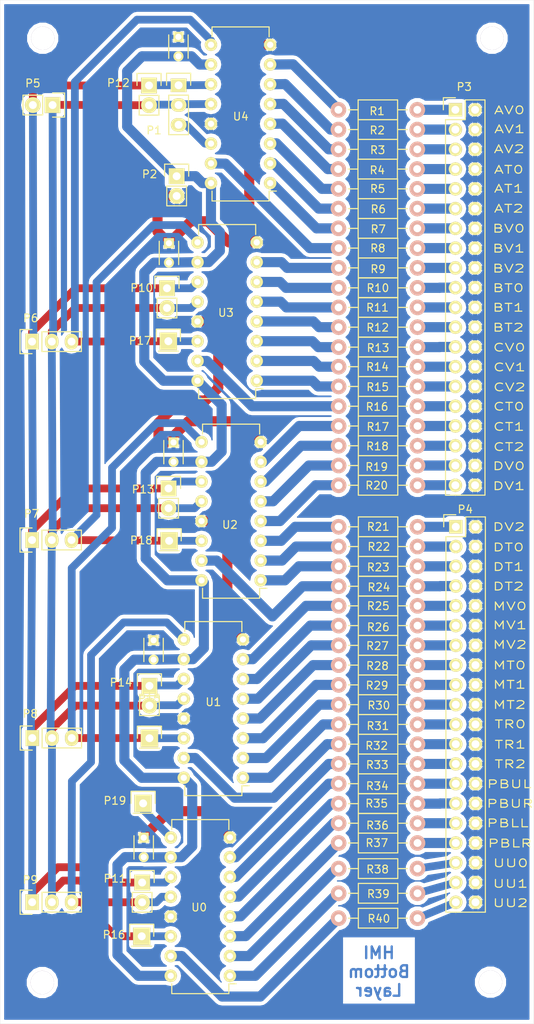
<source format=kicad_pcb>
(kicad_pcb (version 4) (host pcbnew 4.1.0-alpha+201605292346+6852~44~ubuntu15.10.1-product)
  (title_block (title "Pyguitar Prototype HMI PCB") (date 2015-11-18) (rev 2a) (company Gratefulfrog) (comment 1 "21 jumpers; 7 on back; 14 on front") (comment 2 "added 3 resistors to complete circuit!") (comment 3 "Silkscreen labels, updated jumpers as per SENSEI comments"))
  (layers (0 F.Cu mixed) (31 B.Cu jumper) (35 F.Paste user) (37 F.SilkS user) (39 F.Mask user) (44 Edge.Cuts user))
  (net 0 "")
  (net 1 /CLK)
  (net 2 /LATCH)
  (net 3 /DI)
  (net 4 /DO)
  (net 5 +5V)
  (net 6 GND)
  (net 7 "Net-(P3-Pad1)")
  (net 8 "Net-(P3-Pad3)")
  (net 9 "Net-(P3-Pad5)")
  (net 10 "Net-(P3-Pad7)")
  (net 11 "Net-(P3-Pad9)")
  (net 12 "Net-(P3-Pad11)")
  (net 13 "Net-(P3-Pad13)")
  (net 14 "Net-(P3-Pad15)")
  (net 15 "Net-(P3-Pad17)")
  (net 16 "Net-(P3-Pad19)")
  (net 17 "Net-(P3-Pad21)")
  (net 18 "Net-(P3-Pad23)")
  (net 19 "Net-(P3-Pad25)")
  (net 20 "Net-(P3-Pad27)")
  (net 21 "Net-(P3-Pad29)")
  (net 22 "Net-(P3-Pad31)")
  (net 23 "Net-(P3-Pad33)")
  (net 24 "Net-(P3-Pad35)")
  (net 25 "Net-(P3-Pad37)")
  (net 26 "Net-(P3-Pad39)")
  (net 27 "Net-(P4-Pad1)")
  (net 28 "Net-(P4-Pad3)")
  (net 29 "Net-(P4-Pad5)")
  (net 30 "Net-(P4-Pad7)")
  (net 31 "Net-(P4-Pad9)")
  (net 32 "Net-(P4-Pad11)")
  (net 33 "Net-(P4-Pad13)")
  (net 34 "Net-(P4-Pad15)")
  (net 35 "Net-(P4-Pad17)")
  (net 36 "Net-(P4-Pad19)")
  (net 37 "Net-(P4-Pad21)")
  (net 38 "Net-(P4-Pad23)")
  (net 39 "Net-(P4-Pad25)")
  (net 40 "Net-(P4-Pad27)")
  (net 41 "Net-(P4-Pad29)")
  (net 42 "Net-(P4-Pad31)")
  (net 43 "Net-(P4-Pad33)")
  (net 44 /UU0)
  (net 45 /UU1)
  (net 46 /UU2)
  (net 47 /AV0)
  (net 48 /AV1)
  (net 49 /AV2)
  (net 50 /AT0)
  (net 51 /AT1)
  (net 52 /AT2)
  (net 53 /BV0)
  (net 54 /BV1)
  (net 55 /BV2)
  (net 56 /BT0)
  (net 57 /BT1)
  (net 58 /BT2)
  (net 59 /CV0)
  (net 60 /CV1)
  (net 61 /CV2)
  (net 62 /CT0)
  (net 63 /CT1)
  (net 64 /CT2)
  (net 65 /DV0)
  (net 66 /DV1)
  (net 67 /DV2)
  (net 68 /DT0)
  (net 69 /DT1)
  (net 70 /DT2)
  (net 71 /MV0)
  (net 72 /MV1)
  (net 73 /MV2)
  (net 74 /MT0)
  (net 75 /MT1)
  (net 76 /MT2)
  (net 77 /TR0)
  (net 78 /TR1)
  (net 79 /TR2)
  (net 80 /PBUL)
  (net 81 /PBUR)
  (net 82 /PBLL)
  (net 83 /PBLR)
  (net 84 "Net-(P17-Pad1)")
  (net 85 "Net-(P18-Pad1)")
  (net 86 "Net-(P15-Pad1)")
  (net 87 "Net-(P16-Pad1)")
  (net 88 "Net-(P4-Pad35)")
  (net 89 "Net-(P4-Pad37)")
  (net 90 "Net-(P4-Pad39)")
  (module Pin_Headers:Pin_Header_Straight_1x02 (layer F.Cu) (at 128.6764 48.4124)
    (fp_text reference P2 (at -3.4798 -0.254 180) (layer F.SilkS))
    (fp_text value CONN_01X02 hide)
    (pad 1 thru_hole rect (at 0 0) (size 2.032 2.032) (drill 1.016) (layers *.Cu *.Mask F.SilkS) (net 5 +5V))
    (pad 2 thru_hole oval (at 0 2.54) (size 2.032 2.032) (drill 1.016) (layers *.Cu *.Mask F.SilkS) (net 6 GND))
  )
  (module Pin_Headers:Pin_Header_Straight_2x20 (layer F.Cu) (at 164.5664 39.878)
    (fp_text reference P3 (at 1.143 -2.9464) (layer F.SilkS))
    (fp_text value CONN_02X20 hide)
    (pad 1 thru_hole rect (at 0 0) (size 1.7272 1.7272) (drill 1.016) (layers *.Cu *.Mask F.SilkS) (net 7 "Net-(P3-Pad1)"))
    (pad 2 thru_hole oval (at 2.54 0) (size 1.7272 1.7272) (drill 1.016) (layers *.Cu *.Mask F.SilkS) (net 6 GND))
    (pad 3 thru_hole oval (at 0 2.54) (size 1.7272 1.7272) (drill 1.016) (layers *.Cu *.Mask F.SilkS) (net 8 "Net-(P3-Pad3)"))
    (pad 4 thru_hole oval (at 2.54 2.54) (size 1.7272 1.7272) (drill 1.016) (layers *.Cu *.Mask F.SilkS) (net 6 GND))
    (pad 5 thru_hole oval (at 0 5.08) (size 1.7272 1.7272) (drill 1.016) (layers *.Cu *.Mask F.SilkS) (net 9 "Net-(P3-Pad5)"))
    (pad 6 thru_hole oval (at 2.54 5.08) (size 1.7272 1.7272) (drill 1.016) (layers *.Cu *.Mask F.SilkS) (net 6 GND))
    (pad 7 thru_hole oval (at 0 7.62) (size 1.7272 1.7272) (drill 1.016) (layers *.Cu *.Mask F.SilkS) (net 10 "Net-(P3-Pad7)"))
    (pad 8 thru_hole oval (at 2.54 7.62) (size 1.7272 1.7272) (drill 1.016) (layers *.Cu *.Mask F.SilkS) (net 6 GND))
    (pad 9 thru_hole oval (at 0 10.16) (size 1.7272 1.7272) (drill 1.016) (layers *.Cu *.Mask F.SilkS) (net 11 "Net-(P3-Pad9)"))
    (pad 10 thru_hole oval (at 2.54 10.16) (size 1.7272 1.7272) (drill 1.016) (layers *.Cu *.Mask F.SilkS) (net 6 GND))
    (pad 11 thru_hole oval (at 0 12.7) (size 1.7272 1.7272) (drill 1.016) (layers *.Cu *.Mask F.SilkS) (net 12 "Net-(P3-Pad11)"))
    (pad 12 thru_hole oval (at 2.54 12.7) (size 1.7272 1.7272) (drill 1.016) (layers *.Cu *.Mask F.SilkS) (net 6 GND))
    (pad 13 thru_hole oval (at 0 15.24) (size 1.7272 1.7272) (drill 1.016) (layers *.Cu *.Mask F.SilkS) (net 13 "Net-(P3-Pad13)"))
    (pad 14 thru_hole oval (at 2.54 15.24) (size 1.7272 1.7272) (drill 1.016) (layers *.Cu *.Mask F.SilkS) (net 6 GND))
    (pad 15 thru_hole oval (at 0 17.78) (size 1.7272 1.7272) (drill 1.016) (layers *.Cu *.Mask F.SilkS) (net 14 "Net-(P3-Pad15)"))
    (pad 16 thru_hole oval (at 2.54 17.78) (size 1.7272 1.7272) (drill 1.016) (layers *.Cu *.Mask F.SilkS) (net 6 GND))
    (pad 17 thru_hole oval (at 0 20.32) (size 1.7272 1.7272) (drill 1.016) (layers *.Cu *.Mask F.SilkS) (net 15 "Net-(P3-Pad17)"))
    (pad 18 thru_hole oval (at 2.54 20.32) (size 1.7272 1.7272) (drill 1.016) (layers *.Cu *.Mask F.SilkS) (net 6 GND))
    (pad 19 thru_hole oval (at 0 22.86) (size 1.7272 1.7272) (drill 1.016) (layers *.Cu *.Mask F.SilkS) (net 16 "Net-(P3-Pad19)"))
    (pad 20 thru_hole oval (at 2.54 22.86) (size 1.7272 1.7272) (drill 1.016) (layers *.Cu *.Mask F.SilkS) (net 6 GND))
    (pad 21 thru_hole oval (at 0 25.4) (size 1.7272 1.7272) (drill 1.016) (layers *.Cu *.Mask F.SilkS) (net 17 "Net-(P3-Pad21)"))
    (pad 22 thru_hole oval (at 2.54 25.4) (size 1.7272 1.7272) (drill 1.016) (layers *.Cu *.Mask F.SilkS) (net 6 GND))
    (pad 23 thru_hole oval (at 0 27.94) (size 1.7272 1.7272) (drill 1.016) (layers *.Cu *.Mask F.SilkS) (net 18 "Net-(P3-Pad23)"))
    (pad 24 thru_hole oval (at 2.54 27.94) (size 1.7272 1.7272) (drill 1.016) (layers *.Cu *.Mask F.SilkS) (net 6 GND))
    (pad 25 thru_hole oval (at 0 30.48) (size 1.7272 1.7272) (drill 1.016) (layers *.Cu *.Mask F.SilkS) (net 19 "Net-(P3-Pad25)"))
    (pad 26 thru_hole oval (at 2.54 30.48) (size 1.7272 1.7272) (drill 1.016) (layers *.Cu *.Mask F.SilkS) (net 6 GND))
    (pad 27 thru_hole oval (at 0 33.02) (size 1.7272 1.7272) (drill 1.016) (layers *.Cu *.Mask F.SilkS) (net 20 "Net-(P3-Pad27)"))
    (pad 28 thru_hole oval (at 2.54 33.02) (size 1.7272 1.7272) (drill 1.016) (layers *.Cu *.Mask F.SilkS) (net 6 GND))
    (pad 29 thru_hole oval (at 0 35.56) (size 1.7272 1.7272) (drill 1.016) (layers *.Cu *.Mask F.SilkS) (net 21 "Net-(P3-Pad29)"))
    (pad 30 thru_hole oval (at 2.54 35.56) (size 1.7272 1.7272) (drill 1.016) (layers *.Cu *.Mask F.SilkS) (net 6 GND))
    (pad 31 thru_hole oval (at 0 38.1) (size 1.7272 1.7272) (drill 1.016) (layers *.Cu *.Mask F.SilkS) (net 22 "Net-(P3-Pad31)"))
    (pad 32 thru_hole oval (at 2.54 38.1) (size 1.7272 1.7272) (drill 1.016) (layers *.Cu *.Mask F.SilkS) (net 6 GND))
    (pad 33 thru_hole oval (at 0 40.64) (size 1.7272 1.7272) (drill 1.016) (layers *.Cu *.Mask F.SilkS) (net 23 "Net-(P3-Pad33)"))
    (pad 34 thru_hole oval (at 2.54 40.64) (size 1.7272 1.7272) (drill 1.016) (layers *.Cu *.Mask F.SilkS) (net 6 GND))
    (pad 35 thru_hole oval (at 0 43.18) (size 1.7272 1.7272) (drill 1.016) (layers *.Cu *.Mask F.SilkS) (net 24 "Net-(P3-Pad35)"))
    (pad 36 thru_hole oval (at 2.54 43.18) (size 1.7272 1.7272) (drill 1.016) (layers *.Cu *.Mask F.SilkS) (net 6 GND))
    (pad 37 thru_hole oval (at 0 45.72) (size 1.7272 1.7272) (drill 1.016) (layers *.Cu *.Mask F.SilkS) (net 25 "Net-(P3-Pad37)"))
    (pad 38 thru_hole oval (at 2.54 45.72) (size 1.7272 1.7272) (drill 1.016) (layers *.Cu *.Mask F.SilkS) (net 6 GND))
    (pad 39 thru_hole oval (at 0 48.26) (size 1.7272 1.7272) (drill 1.016) (layers *.Cu *.Mask F.SilkS) (net 26 "Net-(P3-Pad39)"))
    (pad 40 thru_hole oval (at 2.54 48.26) (size 1.7272 1.7272) (drill 1.016) (layers *.Cu *.Mask F.SilkS) (net 6 GND))
  )
  (module Pin_Headers:Pin_Header_Straight_2x20 (layer F.Cu) (at 164.6174 93.472)
    (fp_text reference P4 (at 1.2192 -2.2352) (layer F.SilkS))
    (fp_text value CONN_02X20 hide)
    (pad 1 thru_hole rect (at 0 0) (size 1.7272 1.7272) (drill 1.016) (layers *.Cu *.Mask F.SilkS) (net 27 "Net-(P4-Pad1)"))
    (pad 2 thru_hole oval (at 2.54 0) (size 1.7272 1.7272) (drill 1.016) (layers *.Cu *.Mask F.SilkS) (net 6 GND))
    (pad 3 thru_hole oval (at 0 2.54) (size 1.7272 1.7272) (drill 1.016) (layers *.Cu *.Mask F.SilkS) (net 28 "Net-(P4-Pad3)"))
    (pad 4 thru_hole oval (at 2.54 2.54) (size 1.7272 1.7272) (drill 1.016) (layers *.Cu *.Mask F.SilkS) (net 6 GND))
    (pad 5 thru_hole oval (at 0 5.08) (size 1.7272 1.7272) (drill 1.016) (layers *.Cu *.Mask F.SilkS) (net 29 "Net-(P4-Pad5)"))
    (pad 6 thru_hole oval (at 2.54 5.08) (size 1.7272 1.7272) (drill 1.016) (layers *.Cu *.Mask F.SilkS) (net 6 GND))
    (pad 7 thru_hole oval (at 0 7.62) (size 1.7272 1.7272) (drill 1.016) (layers *.Cu *.Mask F.SilkS) (net 30 "Net-(P4-Pad7)"))
    (pad 8 thru_hole oval (at 2.54 7.62) (size 1.7272 1.7272) (drill 1.016) (layers *.Cu *.Mask F.SilkS) (net 6 GND))
    (pad 9 thru_hole oval (at 0 10.16) (size 1.7272 1.7272) (drill 1.016) (layers *.Cu *.Mask F.SilkS) (net 31 "Net-(P4-Pad9)"))
    (pad 10 thru_hole oval (at 2.54 10.16) (size 1.7272 1.7272) (drill 1.016) (layers *.Cu *.Mask F.SilkS) (net 6 GND))
    (pad 11 thru_hole oval (at 0 12.7) (size 1.7272 1.7272) (drill 1.016) (layers *.Cu *.Mask F.SilkS) (net 32 "Net-(P4-Pad11)"))
    (pad 12 thru_hole oval (at 2.54 12.7) (size 1.7272 1.7272) (drill 1.016) (layers *.Cu *.Mask F.SilkS) (net 6 GND))
    (pad 13 thru_hole oval (at 0 15.24) (size 1.7272 1.7272) (drill 1.016) (layers *.Cu *.Mask F.SilkS) (net 33 "Net-(P4-Pad13)"))
    (pad 14 thru_hole oval (at 2.54 15.24) (size 1.7272 1.7272) (drill 1.016) (layers *.Cu *.Mask F.SilkS) (net 6 GND))
    (pad 15 thru_hole oval (at 0 17.78) (size 1.7272 1.7272) (drill 1.016) (layers *.Cu *.Mask F.SilkS) (net 34 "Net-(P4-Pad15)"))
    (pad 16 thru_hole oval (at 2.54 17.78) (size 1.7272 1.7272) (drill 1.016) (layers *.Cu *.Mask F.SilkS) (net 6 GND))
    (pad 17 thru_hole oval (at 0 20.32) (size 1.7272 1.7272) (drill 1.016) (layers *.Cu *.Mask F.SilkS) (net 35 "Net-(P4-Pad17)"))
    (pad 18 thru_hole oval (at 2.54 20.32) (size 1.7272 1.7272) (drill 1.016) (layers *.Cu *.Mask F.SilkS) (net 6 GND))
    (pad 19 thru_hole oval (at 0 22.86) (size 1.7272 1.7272) (drill 1.016) (layers *.Cu *.Mask F.SilkS) (net 36 "Net-(P4-Pad19)"))
    (pad 20 thru_hole oval (at 2.54 22.86) (size 1.7272 1.7272) (drill 1.016) (layers *.Cu *.Mask F.SilkS) (net 6 GND))
    (pad 21 thru_hole oval (at 0 25.4) (size 1.7272 1.7272) (drill 1.016) (layers *.Cu *.Mask F.SilkS) (net 37 "Net-(P4-Pad21)"))
    (pad 22 thru_hole oval (at 2.54 25.4) (size 1.7272 1.7272) (drill 1.016) (layers *.Cu *.Mask F.SilkS) (net 6 GND))
    (pad 23 thru_hole oval (at 0 27.94) (size 1.7272 1.7272) (drill 1.016) (layers *.Cu *.Mask F.SilkS) (net 38 "Net-(P4-Pad23)"))
    (pad 24 thru_hole oval (at 2.54 27.94) (size 1.7272 1.7272) (drill 1.016) (layers *.Cu *.Mask F.SilkS) (net 6 GND))
    (pad 25 thru_hole oval (at 0 30.48) (size 1.7272 1.7272) (drill 1.016) (layers *.Cu *.Mask F.SilkS) (net 39 "Net-(P4-Pad25)"))
    (pad 26 thru_hole oval (at 2.54 30.48) (size 1.7272 1.7272) (drill 1.016) (layers *.Cu *.Mask F.SilkS) (net 6 GND))
    (pad 27 thru_hole oval (at 0 33.02) (size 1.7272 1.7272) (drill 1.016) (layers *.Cu *.Mask F.SilkS) (net 40 "Net-(P4-Pad27)"))
    (pad 28 thru_hole oval (at 2.54 33.02) (size 1.7272 1.7272) (drill 1.016) (layers *.Cu *.Mask F.SilkS) (net 6 GND))
    (pad 29 thru_hole oval (at 0 35.56) (size 1.7272 1.7272) (drill 1.016) (layers *.Cu *.Mask F.SilkS) (net 41 "Net-(P4-Pad29)"))
    (pad 30 thru_hole oval (at 2.54 35.56) (size 1.7272 1.7272) (drill 1.016) (layers *.Cu *.Mask F.SilkS) (net 6 GND))
    (pad 31 thru_hole oval (at 0 38.1) (size 1.7272 1.7272) (drill 1.016) (layers *.Cu *.Mask F.SilkS) (net 42 "Net-(P4-Pad31)"))
    (pad 32 thru_hole oval (at 2.54 38.1) (size 1.7272 1.7272) (drill 1.016) (layers *.Cu *.Mask F.SilkS) (net 6 GND))
    (pad 33 thru_hole oval (at 0 40.64) (size 1.7272 1.7272) (drill 1.016) (layers *.Cu *.Mask F.SilkS) (net 43 "Net-(P4-Pad33)"))
    (pad 34 thru_hole oval (at 2.54 40.64) (size 1.7272 1.7272) (drill 1.016) (layers *.Cu *.Mask F.SilkS) (net 6 GND))
    (pad 35 thru_hole oval (at 0 43.18) (size 1.7272 1.7272) (drill 1.016) (layers *.Cu *.Mask F.SilkS) (net 88 "Net-(P4-Pad35)"))
    (pad 36 thru_hole oval (at 2.54 43.18) (size 1.7272 1.7272) (drill 1.016) (layers *.Cu *.Mask F.SilkS) (net 6 GND))
    (pad 37 thru_hole oval (at 0 45.72) (size 1.7272 1.7272) (drill 1.016) (layers *.Cu *.Mask F.SilkS) (net 89 "Net-(P4-Pad37)"))
    (pad 38 thru_hole oval (at 2.54 45.72) (size 1.7272 1.7272) (drill 1.016) (layers *.Cu *.Mask F.SilkS) (net 6 GND))
    (pad 39 thru_hole oval (at 0 48.26) (size 1.7272 1.7272) (drill 1.016) (layers *.Cu *.Mask F.SilkS) (net 90 "Net-(P4-Pad39)"))
    (pad 40 thru_hole oval (at 2.54 48.26) (size 1.7272 1.7272) (drill 1.016) (layers *.Cu *.Mask F.SilkS) (net 6 GND))
  )
  (module Resistors_ThroughHole:Resistor_Horizontal_RM10mm (layer F.Cu) (at 154.5844 39.878 180)
    (fp_text reference R1 (at 0.1016 -0.1778 180) (layer F.SilkS))
    (fp_text value 1K hide)
    (pad 1 thru_hole circle (at -5.08 0 180) (size 1.99898 1.99898) (drill 1.00076) (layers *.Cu *.SilkS *.Mask) (net 7 "Net-(P3-Pad1)"))
    (pad 2 thru_hole circle (at 5.08 0 180) (size 1.99898 1.99898) (drill 1.00076) (layers *.Cu *.SilkS *.Mask) (net 47 /AV0))
  )
  (module Resistors_ThroughHole:Resistor_Horizontal_RM10mm (layer F.Cu) (at 154.5844 42.418 180)
    (fp_text reference R2 (at 0.0762 -0.1016 180) (layer F.SilkS))
    (fp_text value 1K hide)
    (pad 1 thru_hole circle (at -5.08 0 180) (size 1.99898 1.99898) (drill 1.00076) (layers *.Cu *.SilkS *.Mask) (net 8 "Net-(P3-Pad3)"))
    (pad 2 thru_hole circle (at 5.08 0 180) (size 1.99898 1.99898) (drill 1.00076) (layers *.Cu *.SilkS *.Mask) (net 48 /AV1))
  )
  (module Resistors_ThroughHole:Resistor_Horizontal_RM10mm (layer F.Cu) (at 154.5844 44.958 180)
    (fp_text reference R3 (at 0.0254 -0.1016 180) (layer F.SilkS))
    (fp_text value 1K hide)
    (pad 1 thru_hole circle (at -5.08 0 180) (size 1.99898 1.99898) (drill 1.00076) (layers *.Cu *.SilkS *.Mask) (net 9 "Net-(P3-Pad5)"))
    (pad 2 thru_hole circle (at 5.08 0 180) (size 1.99898 1.99898) (drill 1.00076) (layers *.Cu *.SilkS *.Mask) (net 49 /AV2))
  )
  (module Resistors_ThroughHole:Resistor_Horizontal_RM10mm (layer F.Cu) (at 154.5594 47.498 180)
    (fp_text reference R4 (at 0.0508 -0.1524 180) (layer F.SilkS))
    (fp_text value 1K hide)
    (pad 1 thru_hole circle (at -5.08 0 180) (size 1.99898 1.99898) (drill 1.00076) (layers *.Cu *.SilkS *.Mask) (net 10 "Net-(P3-Pad7)"))
    (pad 2 thru_hole circle (at 5.08 0 180) (size 1.99898 1.99898) (drill 1.00076) (layers *.Cu *.SilkS *.Mask) (net 50 /AT0))
  )
  (module Resistors_ThroughHole:Resistor_Horizontal_RM10mm (layer F.Cu) (at 154.5844 50.038 180)
    (fp_text reference R5 (at 0.0254 0 180) (layer F.SilkS))
    (fp_text value 1K hide)
    (pad 1 thru_hole circle (at -5.08 0 180) (size 1.99898 1.99898) (drill 1.00076) (layers *.Cu *.SilkS *.Mask) (net 11 "Net-(P3-Pad9)"))
    (pad 2 thru_hole circle (at 5.08 0 180) (size 1.99898 1.99898) (drill 1.00076) (layers *.Cu *.SilkS *.Mask) (net 51 /AT1))
  )
  (module Resistors_ThroughHole:Resistor_Horizontal_RM10mm (layer F.Cu) (at 154.5844 52.578 180)
    (fp_text reference R6 (at -0.0508 -0.0762 180) (layer F.SilkS))
    (fp_text value 1K hide)
    (pad 1 thru_hole circle (at -5.08 0 180) (size 1.99898 1.99898) (drill 1.00076) (layers *.Cu *.SilkS *.Mask) (net 12 "Net-(P3-Pad11)"))
    (pad 2 thru_hole circle (at 5.08 0 180) (size 1.99898 1.99898) (drill 1.00076) (layers *.Cu *.SilkS *.Mask) (net 52 /AT2))
  )
  (module Resistors_ThroughHole:Resistor_Horizontal_RM10mm (layer F.Cu) (at 154.5844 55.118 180)
    (fp_text reference R7 (at -0.0508 -0.1016 180) (layer F.SilkS))
    (fp_text value 1K hide)
    (pad 1 thru_hole circle (at -5.08 0 180) (size 1.99898 1.99898) (drill 1.00076) (layers *.Cu *.SilkS *.Mask) (net 13 "Net-(P3-Pad13)"))
    (pad 2 thru_hole circle (at 5.08 0 180) (size 1.99898 1.99898) (drill 1.00076) (layers *.Cu *.SilkS *.Mask) (net 53 /BV0))
  )
  (module Resistors_ThroughHole:Resistor_Horizontal_RM10mm (layer F.Cu) (at 154.6094 57.658 180)
    (fp_text reference R8 (at 0.0254 -0.0254 180) (layer F.SilkS))
    (fp_text value 1K hide)
    (pad 1 thru_hole circle (at -5.08 0 180) (size 1.99898 1.99898) (drill 1.00076) (layers *.Cu *.SilkS *.Mask) (net 14 "Net-(P3-Pad15)"))
    (pad 2 thru_hole circle (at 5.08 0 180) (size 1.99898 1.99898) (drill 1.00076) (layers *.Cu *.SilkS *.Mask) (net 54 /BV1))
  )
  (module Resistors_ThroughHole:Resistor_Horizontal_RM10mm (layer F.Cu) (at 154.6094 60.198 180)
    (fp_text reference R9 (at 0 -0.1524 180) (layer F.SilkS))
    (fp_text value 1K hide)
    (pad 1 thru_hole circle (at -5.08 0 180) (size 1.99898 1.99898) (drill 1.00076) (layers *.Cu *.SilkS *.Mask) (net 15 "Net-(P3-Pad17)"))
    (pad 2 thru_hole circle (at 5.08 0 180) (size 1.99898 1.99898) (drill 1.00076) (layers *.Cu *.SilkS *.Mask) (net 55 /BV2))
  )
  (module Resistors_ThroughHole:Resistor_Horizontal_RM10mm (layer F.Cu) (at 154.6094 62.763 180)
    (fp_text reference R10 (at 0.0254 -0.0254 180) (layer F.SilkS))
    (fp_text value 1K hide)
    (pad 1 thru_hole circle (at -5.08 0 180) (size 1.99898 1.99898) (drill 1.00076) (layers *.Cu *.SilkS *.Mask) (net 16 "Net-(P3-Pad19)"))
    (pad 2 thru_hole circle (at 5.08 0 180) (size 1.99898 1.99898) (drill 1.00076) (layers *.Cu *.SilkS *.Mask) (net 56 /BT0))
  )
  (module Resistors_ThroughHole:Resistor_Horizontal_RM10mm (layer F.Cu) (at 154.6094 65.278 180)
    (fp_text reference R11 (at 0.0762 -0.0254 180) (layer F.SilkS))
    (fp_text value 1K hide)
    (pad 1 thru_hole circle (at -5.08 0 180) (size 1.99898 1.99898) (drill 1.00076) (layers *.Cu *.SilkS *.Mask) (net 17 "Net-(P3-Pad21)"))
    (pad 2 thru_hole circle (at 5.08 0 180) (size 1.99898 1.99898) (drill 1.00076) (layers *.Cu *.SilkS *.Mask) (net 57 /BT1))
  )
  (module Resistors_ThroughHole:Resistor_Horizontal_RM10mm (layer F.Cu) (at 154.6094 67.818 180)
    (fp_text reference R12 (at 0.0508 -0.0508 180) (layer F.SilkS))
    (fp_text value 1K hide)
    (pad 1 thru_hole circle (at -5.08 0 180) (size 1.99898 1.99898) (drill 1.00076) (layers *.Cu *.SilkS *.Mask) (net 18 "Net-(P3-Pad23)"))
    (pad 2 thru_hole circle (at 5.08 0 180) (size 1.99898 1.99898) (drill 1.00076) (layers *.Cu *.SilkS *.Mask) (net 58 /BT2))
  )
  (module Resistors_ThroughHole:Resistor_Horizontal_RM10mm (layer F.Cu) (at 154.6094 70.383 180)
    (fp_text reference R13 (at 0 -0.1016 180) (layer F.SilkS))
    (fp_text value 1K hide)
    (pad 1 thru_hole circle (at -5.08 0 180) (size 1.99898 1.99898) (drill 1.00076) (layers *.Cu *.SilkS *.Mask) (net 19 "Net-(P3-Pad25)"))
    (pad 2 thru_hole circle (at 5.08 0 180) (size 1.99898 1.99898) (drill 1.00076) (layers *.Cu *.SilkS *.Mask) (net 59 /CV0))
  )
  (module Resistors_ThroughHole:Resistor_Horizontal_RM10mm (layer F.Cu) (at 154.6094 72.898 180)
    (fp_text reference R14 (at 0.0762 -0.0254 180) (layer F.SilkS))
    (fp_text value 1K hide)
    (pad 1 thru_hole circle (at -5.08 0 180) (size 1.99898 1.99898) (drill 1.00076) (layers *.Cu *.SilkS *.Mask) (net 20 "Net-(P3-Pad27)"))
    (pad 2 thru_hole circle (at 5.08 0 180) (size 1.99898 1.99898) (drill 1.00076) (layers *.Cu *.SilkS *.Mask) (net 60 /CV1))
  )
  (module Resistors_ThroughHole:Resistor_Horizontal_RM10mm (layer F.Cu) (at 154.6094 75.438 180)
    (fp_text reference R15 (at 0.0508 -0.0762 180) (layer F.SilkS))
    (fp_text value 1K hide)
    (pad 1 thru_hole circle (at -5.08 0 180) (size 1.99898 1.99898) (drill 1.00076) (layers *.Cu *.SilkS *.Mask) (net 21 "Net-(P3-Pad29)"))
    (pad 2 thru_hole circle (at 5.08 0 180) (size 1.99898 1.99898) (drill 1.00076) (layers *.Cu *.SilkS *.Mask) (net 61 /CV2))
  )
  (module Resistors_ThroughHole:Resistor_Horizontal_RM10mm (layer F.Cu) (at 154.6094 77.978 180)
    (fp_text reference R16 (at 0.127 -0.0762 180) (layer F.SilkS))
    (fp_text value 1K hide)
    (pad 1 thru_hole circle (at -5.08 0 180) (size 1.99898 1.99898) (drill 1.00076) (layers *.Cu *.SilkS *.Mask) (net 22 "Net-(P3-Pad31)"))
    (pad 2 thru_hole circle (at 5.08 0 180) (size 1.99898 1.99898) (drill 1.00076) (layers *.Cu *.SilkS *.Mask) (net 62 /CT0))
  )
  (module Resistors_ThroughHole:Resistor_Horizontal_RM10mm (layer F.Cu) (at 154.6094 80.518 180)
    (fp_text reference R17 (at 0.0254 -0.1016 180) (layer F.SilkS))
    (fp_text value 1K hide)
    (pad 1 thru_hole circle (at -5.08 0 180) (size 1.99898 1.99898) (drill 1.00076) (layers *.Cu *.SilkS *.Mask) (net 23 "Net-(P3-Pad33)"))
    (pad 2 thru_hole circle (at 5.08 0 180) (size 1.99898 1.99898) (drill 1.00076) (layers *.Cu *.SilkS *.Mask) (net 63 /CT1))
  )
  (module Resistors_ThroughHole:Resistor_Horizontal_RM10mm (layer F.Cu) (at 154.6094 83.058 180)
    (fp_text reference R18 (at 0.0762 -0.0762 180) (layer F.SilkS))
    (fp_text value 1K hide)
    (pad 1 thru_hole circle (at -5.08 0 180) (size 1.99898 1.99898) (drill 1.00076) (layers *.Cu *.SilkS *.Mask) (net 24 "Net-(P3-Pad35)"))
    (pad 2 thru_hole circle (at 5.08 0 180) (size 1.99898 1.99898) (drill 1.00076) (layers *.Cu *.SilkS *.Mask) (net 64 /CT2))
  )
  (module Resistors_ThroughHole:Resistor_Horizontal_RM10mm (layer F.Cu) (at 154.6094 85.598 180)
    (fp_text reference R19 (at 0.1778 -0.1778 180) (layer F.SilkS))
    (fp_text value 1K hide)
    (pad 1 thru_hole circle (at -5.08 0 180) (size 1.99898 1.99898) (drill 1.00076) (layers *.Cu *.SilkS *.Mask) (net 25 "Net-(P3-Pad37)"))
    (pad 2 thru_hole circle (at 5.08 0 180) (size 1.99898 1.99898) (drill 1.00076) (layers *.Cu *.SilkS *.Mask) (net 65 /DV0))
  )
  (module Resistors_ThroughHole:Resistor_Horizontal_RM10mm (layer F.Cu) (at 154.6094 88.138 180)
    (fp_text reference R20 (at 0.1778 -0.0254 180) (layer F.SilkS))
    (fp_text value 1K hide)
    (pad 1 thru_hole circle (at -5.08 0 180) (size 1.99898 1.99898) (drill 1.00076) (layers *.Cu *.SilkS *.Mask) (net 26 "Net-(P3-Pad39)"))
    (pad 2 thru_hole circle (at 5.08 0 180) (size 1.99898 1.99898) (drill 1.00076) (layers *.Cu *.SilkS *.Mask) (net 66 /DV1))
  )
  (module Resistors_ThroughHole:Resistor_Horizontal_RM10mm (layer F.Cu) (at 154.6094 93.472 180)
    (fp_text reference R21 (at -0.0254 0 180) (layer F.SilkS))
    (fp_text value 1K hide)
    (pad 1 thru_hole circle (at -5.08 0 180) (size 1.99898 1.99898) (drill 1.00076) (layers *.Cu *.SilkS *.Mask) (net 27 "Net-(P4-Pad1)"))
    (pad 2 thru_hole circle (at 5.08 0 180) (size 1.99898 1.99898) (drill 1.00076) (layers *.Cu *.SilkS *.Mask) (net 67 /DV2))
  )
  (module Resistors_ThroughHole:Resistor_Horizontal_RM10mm (layer F.Cu) (at 154.6094 96.012 180)
    (fp_text reference R22 (at -0.1016 -0.0254 180) (layer F.SilkS))
    (fp_text value 1K hide)
    (pad 1 thru_hole circle (at -5.08 0 180) (size 1.99898 1.99898) (drill 1.00076) (layers *.Cu *.SilkS *.Mask) (net 28 "Net-(P4-Pad3)"))
    (pad 2 thru_hole circle (at 5.08 0 180) (size 1.99898 1.99898) (drill 1.00076) (layers *.Cu *.SilkS *.Mask) (net 68 /DT0))
  )
  (module Resistors_ThroughHole:Resistor_Horizontal_RM10mm (layer F.Cu) (at 154.6094 98.552 180)
    (fp_text reference R23 (at -0.0254 -0.127 180) (layer F.SilkS))
    (fp_text value 1K hide)
    (pad 1 thru_hole circle (at -5.08 0 180) (size 1.99898 1.99898) (drill 1.00076) (layers *.Cu *.SilkS *.Mask) (net 29 "Net-(P4-Pad5)"))
    (pad 2 thru_hole circle (at 5.08 0 180) (size 1.99898 1.99898) (drill 1.00076) (layers *.Cu *.SilkS *.Mask) (net 69 /DT1))
  )
  (module Resistors_ThroughHole:Resistor_Horizontal_RM10mm (layer F.Cu) (at 154.6094 101.117 180)
    (fp_text reference R24 (at -0.1016 -0.127 180) (layer F.SilkS))
    (fp_text value 1K hide)
    (pad 1 thru_hole circle (at -5.08 0 180) (size 1.99898 1.99898) (drill 1.00076) (layers *.Cu *.SilkS *.Mask) (net 30 "Net-(P4-Pad7)"))
    (pad 2 thru_hole circle (at 5.08 0 180) (size 1.99898 1.99898) (drill 1.00076) (layers *.Cu *.SilkS *.Mask) (net 70 /DT2))
  )
  (module Resistors_ThroughHole:Resistor_Horizontal_RM10mm (layer F.Cu) (at 154.6094 103.632 180)
    (fp_text reference R25 (at -0.0254 -0.0254 180) (layer F.SilkS))
    (fp_text value 1K hide)
    (pad 1 thru_hole circle (at -5.08 0 180) (size 1.99898 1.99898) (drill 1.00076) (layers *.Cu *.SilkS *.Mask) (net 31 "Net-(P4-Pad9)"))
    (pad 2 thru_hole circle (at 5.08 0 180) (size 1.99898 1.99898) (drill 1.00076) (layers *.Cu *.SilkS *.Mask) (net 71 /MV0))
  )
  (module Resistors_ThroughHole:Resistor_Horizontal_RM10mm (layer F.Cu) (at 154.6094 106.172 180)
    (fp_text reference R26 (at -0.0254 -0.2032 180) (layer F.SilkS))
    (fp_text value 1K hide)
    (pad 1 thru_hole circle (at -5.08 0 180) (size 1.99898 1.99898) (drill 1.00076) (layers *.Cu *.SilkS *.Mask) (net 32 "Net-(P4-Pad11)"))
    (pad 2 thru_hole circle (at 5.08 0 180) (size 1.99898 1.99898) (drill 1.00076) (layers *.Cu *.SilkS *.Mask) (net 72 /MV1))
  )
  (module Resistors_ThroughHole:Resistor_Horizontal_RM10mm (layer F.Cu) (at 154.6094 108.712 180)
    (fp_text reference R27 (at 0.0762 -0.0762 180) (layer F.SilkS))
    (fp_text value 1K hide)
    (pad 1 thru_hole circle (at -5.08 0 180) (size 1.99898 1.99898) (drill 1.00076) (layers *.Cu *.SilkS *.Mask) (net 33 "Net-(P4-Pad13)"))
    (pad 2 thru_hole circle (at 5.08 0 180) (size 1.99898 1.99898) (drill 1.00076) (layers *.Cu *.SilkS *.Mask) (net 73 /MV2))
  )
  (module Resistors_ThroughHole:Resistor_Horizontal_RM10mm (layer F.Cu) (at 154.6094 111.252 180)
    (fp_text reference R28 (at 0.0762 -0.1016 180) (layer F.SilkS))
    (fp_text value 1K hide)
    (pad 1 thru_hole circle (at -5.08 0 180) (size 1.99898 1.99898) (drill 1.00076) (layers *.Cu *.SilkS *.Mask) (net 34 "Net-(P4-Pad15)"))
    (pad 2 thru_hole circle (at 5.08 0 180) (size 1.99898 1.99898) (drill 1.00076) (layers *.Cu *.SilkS *.Mask) (net 74 /MT0))
  )
  (module Resistors_ThroughHole:Resistor_Horizontal_RM10mm (layer F.Cu) (at 154.6094 113.792 180)
    (fp_text reference R29 (at 0.127 -0.0762 180) (layer F.SilkS))
    (fp_text value 1K hide)
    (pad 1 thru_hole circle (at -5.08 0 180) (size 1.99898 1.99898) (drill 1.00076) (layers *.Cu *.SilkS *.Mask) (net 35 "Net-(P4-Pad17)"))
    (pad 2 thru_hole circle (at 5.08 0 180) (size 1.99898 1.99898) (drill 1.00076) (layers *.Cu *.SilkS *.Mask) (net 75 /MT1))
  )
  (module Resistors_ThroughHole:Resistor_Horizontal_RM10mm (layer F.Cu) (at 154.6094 116.332 180)
    (fp_text reference R30 (at -0.1016 -0.1016 180) (layer F.SilkS))
    (fp_text value 1K hide)
    (pad 1 thru_hole circle (at -5.08 0 180) (size 1.99898 1.99898) (drill 1.00076) (layers *.Cu *.SilkS *.Mask) (net 36 "Net-(P4-Pad19)"))
    (pad 2 thru_hole circle (at 5.08 0 180) (size 1.99898 1.99898) (drill 1.00076) (layers *.Cu *.SilkS *.Mask) (net 76 /MT2))
  )
  (module Resistors_ThroughHole:Resistor_Horizontal_RM10mm (layer F.Cu) (at 154.6094 118.872 180)
    (fp_text reference R31 (at 0.0254 -0.2032 180) (layer F.SilkS))
    (fp_text value 1K hide)
    (pad 1 thru_hole circle (at -5.08 0 180) (size 1.99898 1.99898) (drill 1.00076) (layers *.Cu *.SilkS *.Mask) (net 37 "Net-(P4-Pad21)"))
    (pad 2 thru_hole circle (at 5.08 0 180) (size 1.99898 1.99898) (drill 1.00076) (layers *.Cu *.SilkS *.Mask) (net 77 /TR0))
  )
  (module Resistors_ThroughHole:Resistor_Horizontal_RM10mm (layer F.Cu) (at 154.6094 121.412 180)
    (fp_text reference R32 (at 0.1778 -0.2032 180) (layer F.SilkS))
    (fp_text value 1K hide)
    (pad 1 thru_hole circle (at -5.08 0 180) (size 1.99898 1.99898) (drill 1.00076) (layers *.Cu *.SilkS *.Mask) (net 38 "Net-(P4-Pad23)"))
    (pad 2 thru_hole circle (at 5.08 0 180) (size 1.99898 1.99898) (drill 1.00076) (layers *.Cu *.SilkS *.Mask) (net 78 /TR1))
  )
  (module Resistors_ThroughHole:Resistor_Horizontal_RM10mm (layer F.Cu) (at 154.6094 123.952 180)
    (fp_text reference R33 (at 0.1016 -0.127 180) (layer F.SilkS))
    (fp_text value 1K hide)
    (pad 1 thru_hole circle (at -5.08 0 180) (size 1.99898 1.99898) (drill 1.00076) (layers *.Cu *.SilkS *.Mask) (net 39 "Net-(P4-Pad25)"))
    (pad 2 thru_hole circle (at 5.08 0 180) (size 1.99898 1.99898) (drill 1.00076) (layers *.Cu *.SilkS *.Mask) (net 79 /TR2))
  )
  (module Resistors_ThroughHole:Resistor_Horizontal_RM10mm (layer F.Cu) (at 154.6094 126.492 180)
    (fp_text reference R34 (at 0.1016 -0.3048 180) (layer F.SilkS))
    (fp_text value 1K hide)
    (pad 1 thru_hole circle (at -5.08 0 180) (size 1.99898 1.99898) (drill 1.00076) (layers *.Cu *.SilkS *.Mask) (net 40 "Net-(P4-Pad27)"))
    (pad 2 thru_hole circle (at 5.08 0 180) (size 1.99898 1.99898) (drill 1.00076) (layers *.Cu *.SilkS *.Mask) (net 80 /PBUL))
  )
  (module Resistors_ThroughHole:Resistor_Horizontal_RM10mm (layer F.Cu) (at 154.6094 129.057 180)
    (fp_text reference R35 (at 0.1778 0.0254 180) (layer F.SilkS))
    (fp_text value 1K hide)
    (pad 1 thru_hole circle (at -5.08 0 180) (size 1.99898 1.99898) (drill 1.00076) (layers *.Cu *.SilkS *.Mask) (net 41 "Net-(P4-Pad29)"))
    (pad 2 thru_hole circle (at 5.08 0 180) (size 1.99898 1.99898) (drill 1.00076) (layers *.Cu *.SilkS *.Mask) (net 81 /PBUR))
  )
  (module Resistors_ThroughHole:Resistor_Horizontal_RM10mm (layer F.Cu) (at 154.6094 131.572 180)
    (fp_text reference R36 (at 0.0762 -0.2794 180) (layer F.SilkS))
    (fp_text value 1K hide)
    (pad 1 thru_hole circle (at -5.08 0 180) (size 1.99898 1.99898) (drill 1.00076) (layers *.Cu *.SilkS *.Mask) (net 42 "Net-(P4-Pad31)"))
    (pad 2 thru_hole circle (at 5.08 0 180) (size 1.99898 1.99898) (drill 1.00076) (layers *.Cu *.SilkS *.Mask) (net 82 /PBLL))
  )
  (module Resistors_ThroughHole:Resistor_Horizontal_RM10mm (layer F.Cu) (at 154.6094 134.112 180)
    (fp_text reference R37 (at 0.1524 0 180) (layer F.SilkS))
    (fp_text value 1K hide)
    (pad 1 thru_hole circle (at -5.08 0 180) (size 1.99898 1.99898) (drill 1.00076) (layers *.Cu *.SilkS *.Mask) (net 43 "Net-(P4-Pad33)"))
    (pad 2 thru_hole circle (at 5.08 0 180) (size 1.99898 1.99898) (drill 1.00076) (layers *.Cu *.SilkS *.Mask) (net 83 /PBLR))
  )
  (module Housings_DIP:DIP-16_W7.62mm (layer F.Cu) (at 137.2108 125.73 180)
    (fp_text reference U1 (at 3.81 9.7282 180) (layer F.SilkS))
    (fp_text value 74HC595 hide)
    (pad 1 thru_hole oval (at 0 0 180) (size 1.6 1.6) (drill 0.8) (layers *.Cu *.Mask F.SilkS) (net 77 /TR0))
    (pad 2 thru_hole oval (at 0 2.54 180) (size 1.6 1.6) (drill 0.8) (layers *.Cu *.Mask F.SilkS) (net 76 /MT2))
    (pad 3 thru_hole oval (at 0 5.08 180) (size 1.6 1.6) (drill 0.8) (layers *.Cu *.Mask F.SilkS) (net 75 /MT1))
    (pad 4 thru_hole oval (at 0 7.62 180) (size 1.6 1.6) (drill 0.8) (layers *.Cu *.Mask F.SilkS) (net 74 /MT0))
    (pad 5 thru_hole oval (at 0 10.16 180) (size 1.6 1.6) (drill 0.8) (layers *.Cu *.Mask F.SilkS) (net 73 /MV2))
    (pad 6 thru_hole oval (at 0 12.7 180) (size 1.6 1.6) (drill 0.8) (layers *.Cu *.Mask F.SilkS) (net 72 /MV1))
    (pad 7 thru_hole oval (at 0 15.24 180) (size 1.6 1.6) (drill 0.8) (layers *.Cu *.Mask F.SilkS) (net 71 /MV0))
    (pad 8 thru_hole oval (at 0 17.78 180) (size 1.6 1.6) (drill 0.8) (layers *.Cu *.Mask F.SilkS) (net 6 GND))
    (pad 9 thru_hole oval (at 7.62 17.78 180) (size 1.6 1.6) (drill 0.8) (layers *.Cu *.Mask F.SilkS) (net 87 "Net-(P16-Pad1)"))
    (pad 10 thru_hole oval (at 7.62 15.24 180) (size 1.6 1.6) (drill 0.8) (layers *.Cu *.Mask F.SilkS) (net 5 +5V))
    (pad 11 thru_hole oval (at 7.62 12.7 180) (size 1.6 1.6) (drill 0.8) (layers *.Cu *.Mask F.SilkS) (net 1 /CLK))
    (pad 12 thru_hole oval (at 7.62 10.16 180) (size 1.6 1.6) (drill 0.8) (layers *.Cu *.Mask F.SilkS) (net 2 /LATCH))
    (pad 13 thru_hole oval (at 7.62 7.62 180) (size 1.6 1.6) (drill 0.8) (layers *.Cu *.Mask F.SilkS) (net 6 GND))
    (pad 14 thru_hole oval (at 7.62 5.08 180) (size 1.6 1.6) (drill 0.8) (layers *.Cu *.Mask F.SilkS) (net 86 "Net-(P15-Pad1)"))
    (pad 15 thru_hole oval (at 7.62 2.54 180) (size 1.6 1.6) (drill 0.8) (layers *.Cu *.Mask F.SilkS) (net 78 /TR1))
    (pad 16 thru_hole oval (at 7.62 0 180) (size 1.6 1.6) (drill 0.8) (layers *.Cu *.Mask F.SilkS) (net 5 +5V))
  )
  (module Housings_DIP:DIP-16_W7.62mm (layer F.Cu) (at 138.9888 74.7014 180)
    (fp_text reference U3 (at 3.9624 8.7376 180) (layer F.SilkS))
    (fp_text value 74HC595 hide)
    (pad 1 thru_hole oval (at 0 0 180) (size 1.6 1.6) (drill 0.8) (layers *.Cu *.Mask F.SilkS) (net 61 /CV2))
    (pad 2 thru_hole oval (at 0 2.54 180) (size 1.6 1.6) (drill 0.8) (layers *.Cu *.Mask F.SilkS) (net 60 /CV1))
    (pad 3 thru_hole oval (at 0 5.08 180) (size 1.6 1.6) (drill 0.8) (layers *.Cu *.Mask F.SilkS) (net 59 /CV0))
    (pad 4 thru_hole oval (at 0 7.62 180) (size 1.6 1.6) (drill 0.8) (layers *.Cu *.Mask F.SilkS) (net 58 /BT2))
    (pad 5 thru_hole oval (at 0 10.16 180) (size 1.6 1.6) (drill 0.8) (layers *.Cu *.Mask F.SilkS) (net 57 /BT1))
    (pad 6 thru_hole oval (at 0 12.7 180) (size 1.6 1.6) (drill 0.8) (layers *.Cu *.Mask F.SilkS) (net 56 /BT0))
    (pad 7 thru_hole oval (at 0 15.24 180) (size 1.6 1.6) (drill 0.8) (layers *.Cu *.Mask F.SilkS) (net 55 /BV2))
    (pad 8 thru_hole oval (at 0 17.78 180) (size 1.6 1.6) (drill 0.8) (layers *.Cu *.Mask F.SilkS) (net 6 GND))
    (pad 9 thru_hole oval (at 7.62 17.78 180) (size 1.6 1.6) (drill 0.8) (layers *.Cu *.Mask F.SilkS) (net 85 "Net-(P18-Pad1)"))
    (pad 10 thru_hole oval (at 7.62 15.24 180) (size 1.6 1.6) (drill 0.8) (layers *.Cu *.Mask F.SilkS) (net 5 +5V))
    (pad 11 thru_hole oval (at 7.62 12.7 180) (size 1.6 1.6) (drill 0.8) (layers *.Cu *.Mask F.SilkS) (net 1 /CLK))
    (pad 12 thru_hole oval (at 7.62 10.16 180) (size 1.6 1.6) (drill 0.8) (layers *.Cu *.Mask F.SilkS) (net 2 /LATCH))
    (pad 13 thru_hole oval (at 7.62 7.62 180) (size 1.6 1.6) (drill 0.8) (layers *.Cu *.Mask F.SilkS) (net 6 GND))
    (pad 14 thru_hole oval (at 7.62 5.08 180) (size 1.6 1.6) (drill 0.8) (layers *.Cu *.Mask F.SilkS) (net 84 "Net-(P17-Pad1)"))
    (pad 15 thru_hole oval (at 7.62 2.54 180) (size 1.6 1.6) (drill 0.8) (layers *.Cu *.Mask F.SilkS) (net 62 /CT0))
    (pad 16 thru_hole oval (at 7.62 0 180) (size 1.6 1.6) (drill 0.8) (layers *.Cu *.Mask F.SilkS) (net 5 +5V))
  )
  (module Housings_DIP:DIP-16_W7.62mm (layer F.Cu) (at 135.5344 151.1808 180)
    (fp_text reference U0 (at 3.9624 8.7884 180) (layer F.SilkS))
    (fp_text value 74HC595 hide)
    (pad 1 thru_hole oval (at 0 0 180) (size 1.6 1.6) (drill 0.8) (layers *.Cu *.Mask F.SilkS) (net 45 /UU1))
    (pad 2 thru_hole oval (at 0 2.54 180) (size 1.6 1.6) (drill 0.8) (layers *.Cu *.Mask F.SilkS) (net 44 /UU0))
    (pad 3 thru_hole oval (at 0 5.08 180) (size 1.6 1.6) (drill 0.8) (layers *.Cu *.Mask F.SilkS) (net 83 /PBLR))
    (pad 4 thru_hole oval (at 0 7.62 180) (size 1.6 1.6) (drill 0.8) (layers *.Cu *.Mask F.SilkS) (net 82 /PBLL))
    (pad 5 thru_hole oval (at 0 10.16 180) (size 1.6 1.6) (drill 0.8) (layers *.Cu *.Mask F.SilkS) (net 81 /PBUR))
    (pad 6 thru_hole oval (at 0 12.7 180) (size 1.6 1.6) (drill 0.8) (layers *.Cu *.Mask F.SilkS) (net 80 /PBUL))
    (pad 7 thru_hole oval (at 0 15.24 180) (size 1.6 1.6) (drill 0.8) (layers *.Cu *.Mask F.SilkS) (net 79 /TR2))
    (pad 8 thru_hole oval (at 0 17.78 180) (size 1.6 1.6) (drill 0.8) (layers *.Cu *.Mask F.SilkS) (net 6 GND))
    (pad 9 thru_hole oval (at 7.62 17.78 180) (size 1.6 1.6) (drill 0.8) (layers *.Cu *.Mask F.SilkS) (net 4 /DO))
    (pad 10 thru_hole oval (at 7.62 15.24 180) (size 1.6 1.6) (drill 0.8) (layers *.Cu *.Mask F.SilkS) (net 5 +5V))
    (pad 11 thru_hole oval (at 7.62 12.7 180) (size 1.6 1.6) (drill 0.8) (layers *.Cu *.Mask F.SilkS) (net 1 /CLK))
    (pad 12 thru_hole oval (at 7.62 10.16 180) (size 1.6 1.6) (drill 0.8) (layers *.Cu *.Mask F.SilkS) (net 2 /LATCH))
    (pad 13 thru_hole oval (at 7.62 7.62 180) (size 1.6 1.6) (drill 0.8) (layers *.Cu *.Mask F.SilkS) (net 6 GND))
    (pad 14 thru_hole oval (at 7.62 5.08 180) (size 1.6 1.6) (drill 0.8) (layers *.Cu *.Mask F.SilkS) (net 87 "Net-(P16-Pad1)"))
    (pad 15 thru_hole oval (at 7.62 2.54 180) (size 1.6 1.6) (drill 0.8) (layers *.Cu *.Mask F.SilkS) (net 46 /UU2))
    (pad 16 thru_hole oval (at 7.62 0 180) (size 1.6 1.6) (drill 0.8) (layers *.Cu *.Mask F.SilkS) (net 5 +5V))
  )
  (module Housings_DIP:DIP-16_W7.62mm (layer F.Cu) (at 140.716 49.3014 180)
    (fp_text reference U4 (at 3.7846 8.5598 180) (layer F.SilkS))
    (fp_text value 74HC595 hide)
    (pad 1 thru_hole oval (at 0 0 180) (size 1.6 1.6) (drill 0.8) (layers *.Cu *.Mask F.SilkS) (net 53 /BV0))
    (pad 2 thru_hole oval (at 0 2.54 180) (size 1.6 1.6) (drill 0.8) (layers *.Cu *.Mask F.SilkS) (net 52 /AT2))
    (pad 3 thru_hole oval (at 0 5.08 180) (size 1.6 1.6) (drill 0.8) (layers *.Cu *.Mask F.SilkS) (net 51 /AT1))
    (pad 4 thru_hole oval (at 0 7.62 180) (size 1.6 1.6) (drill 0.8) (layers *.Cu *.Mask F.SilkS) (net 50 /AT0))
    (pad 5 thru_hole oval (at 0 10.16 180) (size 1.6 1.6) (drill 0.8) (layers *.Cu *.Mask F.SilkS) (net 49 /AV2))
    (pad 6 thru_hole oval (at 0 12.7 180) (size 1.6 1.6) (drill 0.8) (layers *.Cu *.Mask F.SilkS) (net 48 /AV1))
    (pad 7 thru_hole oval (at 0 15.24 180) (size 1.6 1.6) (drill 0.8) (layers *.Cu *.Mask F.SilkS) (net 47 /AV0))
    (pad 8 thru_hole oval (at 0 17.78 180) (size 1.6 1.6) (drill 0.8) (layers *.Cu *.Mask F.SilkS) (net 6 GND))
    (pad 9 thru_hole oval (at 7.62 17.78 180) (size 1.6 1.6) (drill 0.8) (layers *.Cu *.Mask F.SilkS) (net 84 "Net-(P17-Pad1)"))
    (pad 10 thru_hole oval (at 7.62 15.24 180) (size 1.6 1.6) (drill 0.8) (layers *.Cu *.Mask F.SilkS) (net 5 +5V))
    (pad 11 thru_hole oval (at 7.62 12.7 180) (size 1.6 1.6) (drill 0.8) (layers *.Cu *.Mask F.SilkS) (net 1 /CLK))
    (pad 12 thru_hole oval (at 7.62 10.16 180) (size 1.6 1.6) (drill 0.8) (layers *.Cu *.Mask F.SilkS) (net 2 /LATCH))
    (pad 13 thru_hole oval (at 7.62 7.62 180) (size 1.6 1.6) (drill 0.8) (layers *.Cu *.Mask F.SilkS) (net 6 GND))
    (pad 14 thru_hole oval (at 7.62 5.08 180) (size 1.6 1.6) (drill 0.8) (layers *.Cu *.Mask F.SilkS) (net 3 /DI))
    (pad 15 thru_hole oval (at 7.62 2.54 180) (size 1.6 1.6) (drill 0.8) (layers *.Cu *.Mask F.SilkS) (net 54 /BV1))
    (pad 16 thru_hole oval (at 7.62 0 180) (size 1.6 1.6) (drill 0.8) (layers *.Cu *.Mask F.SilkS) (net 5 +5V))
  )
  (module Housings_DIP:DIP-16_W7.62mm (layer F.Cu) (at 139.4968 100.3554 180)
    (fp_text reference U2 (at 3.9624 7.1374 180) (layer F.SilkS))
    (fp_text value 74HC595 hide)
    (pad 1 thru_hole oval (at 0 0 180) (size 1.6 1.6) (drill 0.8) (layers *.Cu *.Mask F.SilkS) (net 69 /DT1))
    (pad 2 thru_hole oval (at 0 2.54 180) (size 1.6 1.6) (drill 0.8) (layers *.Cu *.Mask F.SilkS) (net 68 /DT0))
    (pad 3 thru_hole oval (at 0 5.08 180) (size 1.6 1.6) (drill 0.8) (layers *.Cu *.Mask F.SilkS) (net 67 /DV2))
    (pad 4 thru_hole oval (at 0 7.62 180) (size 1.6 1.6) (drill 0.8) (layers *.Cu *.Mask F.SilkS) (net 66 /DV1))
    (pad 5 thru_hole oval (at 0 10.16 180) (size 1.6 1.6) (drill 0.8) (layers *.Cu *.Mask F.SilkS) (net 65 /DV0))
    (pad 6 thru_hole oval (at 0 12.7 180) (size 1.6 1.6) (drill 0.8) (layers *.Cu *.Mask F.SilkS) (net 64 /CT2))
    (pad 7 thru_hole oval (at 0 15.24 180) (size 1.6 1.6) (drill 0.8) (layers *.Cu *.Mask F.SilkS) (net 63 /CT1))
    (pad 8 thru_hole oval (at 0 17.78 180) (size 1.6 1.6) (drill 0.8) (layers *.Cu *.Mask F.SilkS) (net 6 GND))
    (pad 9 thru_hole oval (at 7.62 17.78 180) (size 1.6 1.6) (drill 0.8) (layers *.Cu *.Mask F.SilkS) (net 86 "Net-(P15-Pad1)"))
    (pad 10 thru_hole oval (at 7.62 15.24 180) (size 1.6 1.6) (drill 0.8) (layers *.Cu *.Mask F.SilkS) (net 5 +5V))
    (pad 11 thru_hole oval (at 7.62 12.7 180) (size 1.6 1.6) (drill 0.8) (layers *.Cu *.Mask F.SilkS) (net 1 /CLK))
    (pad 12 thru_hole oval (at 7.62 10.16 180) (size 1.6 1.6) (drill 0.8) (layers *.Cu *.Mask F.SilkS) (net 2 /LATCH))
    (pad 13 thru_hole oval (at 7.62 7.62 180) (size 1.6 1.6) (drill 0.8) (layers *.Cu *.Mask F.SilkS) (net 6 GND))
    (pad 14 thru_hole oval (at 7.62 5.08 180) (size 1.6 1.6) (drill 0.8) (layers *.Cu *.Mask F.SilkS) (net 85 "Net-(P18-Pad1)"))
    (pad 15 thru_hole oval (at 7.62 2.54 180) (size 1.6 1.6) (drill 0.8) (layers *.Cu *.Mask F.SilkS) (net 70 /DT2))
    (pad 16 thru_hole oval (at 7.62 0 180) (size 1.6 1.6) (drill 0.8) (layers *.Cu *.Mask F.SilkS) (net 5 +5V))
  )
  (module Capacitors_ThroughHole:C_Disc_D3_P2.5 (layer F.Cu) (at 128.905 30.5054 270)
    (fp_text reference C1 hide)
    (fp_text value 100nF)
    (pad 1 thru_hole rect (at 0 0 270) (size 1.3 1.3) (drill 0.8) (layers *.Cu *.Mask F.SilkS) (net 6 GND))
    (pad 2 thru_hole circle (at 2.5 0 270) (size 1.3 1.3) (drill 0.8001) (layers *.Cu *.Mask F.SilkS) (net 5 +5V))
  )
  (module Capacitors_ThroughHole:C_Disc_D3_P2.5 (layer F.Cu) (at 127.6858 57.023 270)
    (fp_text reference C2 hide)
    (fp_text value 100nF)
    (pad 1 thru_hole rect (at 0 0 270) (size 1.3 1.3) (drill 0.8) (layers *.Cu *.Mask F.SilkS) (net 6 GND))
    (pad 2 thru_hole circle (at 2.5 0 270) (size 1.3 1.3) (drill 0.8001) (layers *.Cu *.Mask F.SilkS) (net 5 +5V))
  )
  (module Capacitors_ThroughHole:C_Disc_D3_P2.5 (layer F.Cu) (at 128.27 82.6262 270)
    (fp_text reference C3 hide)
    (fp_text value 100nF)
    (pad 1 thru_hole rect (at 0 0 270) (size 1.3 1.3) (drill 0.8) (layers *.Cu *.Mask F.SilkS) (net 6 GND))
    (pad 2 thru_hole circle (at 2.5 0 270) (size 1.3 1.3) (drill 0.8001) (layers *.Cu *.Mask F.SilkS) (net 5 +5V))
  )
  (module Capacitors_ThroughHole:C_Disc_D3_P2.5 (layer F.Cu) (at 125.7046 108.0516 270)
    (fp_text reference C4 hide)
    (fp_text value 100nF)
    (pad 1 thru_hole rect (at 0 0 270) (size 1.3 1.3) (drill 0.8) (layers *.Cu *.Mask F.SilkS) (net 6 GND))
    (pad 2 thru_hole circle (at 2.5 0 270) (size 1.3 1.3) (drill 0.8001) (layers *.Cu *.Mask F.SilkS) (net 5 +5V))
  )
  (module Capacitors_ThroughHole:C_Disc_D3_P2.5 (layer F.Cu) (at 124.4346 133.4262 270)
    (fp_text reference C5 hide)
    (fp_text value 100nF)
    (pad 1 thru_hole rect (at 0 0 270) (size 1.3 1.3) (drill 0.8) (layers *.Cu *.Mask F.SilkS) (net 6 GND))
    (pad 2 thru_hole circle (at 2.5 0 270) (size 1.3 1.3) (drill 0.8001) (layers *.Cu *.Mask F.SilkS) (net 5 +5V))
  )
  (module Mounting_Holes:MountingHole_3mm (layer F.Cu) (at 169.291 30.6832)
    (fp_text reference H1 hide)
    (fp_text value MountingHole_3mm hide)
    (pad 1 thru_hole circle (at 0 0) (size 3 3) (drill 3) (layers))
  )
  (module Mounting_Holes:MountingHole_3mm (layer F.Cu) (at 111.4298 30.6832)
    (fp_text reference H0 hide)
    (fp_text value MountingHole_3mm hide)
    (pad 1 thru_hole circle (at 0 0) (size 3 3) (drill 3) (layers))
  )
  (module Mounting_Holes:MountingHole_3mm (layer F.Cu) (at 111.379 152.0444)
    (fp_text reference H3 hide)
    (fp_text value MountingHole_3mm hide)
    (pad 1 thru_hole circle (at 0 0) (size 3 3) (drill 3) (layers))
  )
  (module Mounting_Holes:MountingHole_3mm (layer F.Cu) (at 169.0878 151.9936)
    (fp_text reference H2 hide)
    (fp_text value MountingHole_3mm hide)
    (pad 1 thru_hole circle (at 0 0) (size 3 3) (drill 3) (layers))
  )
  (module Pin_Headers:Pin_Header_Straight_1x03 (layer F.Cu) (at 110.0582 69.6722 90)
    (fp_text reference P6 (at 3.0099 -0.1778 180) (layer F.SilkS))
    (fp_text value CONN_01X03 hide)
    (pad 1 thru_hole rect (at 0 0 90) (size 2.032 1.7272) (drill 1.016) (layers *.Cu *.Mask F.SilkS) (net 1 /CLK))
    (pad 2 thru_hole oval (at 0 2.54 90) (size 2.032 1.7272) (drill 1.016) (layers *.Cu *.Mask F.SilkS) (net 2 /LATCH))
    (pad 3 thru_hole oval (at 0 5.08 90) (size 2.032 1.7272) (drill 1.016) (layers *.Cu *.Mask F.SilkS) (net 84 "Net-(P17-Pad1)"))
  )
  (module Pin_Headers:Pin_Header_Straight_1x03 (layer F.Cu) (at 110.0582 95.1738 90)
    (fp_text reference P7 (at 3.3782 -0.0635 180) (layer F.SilkS))
    (fp_text value CONN_01X03 hide)
    (pad 1 thru_hole rect (at 0 0 90) (size 2.032 1.7272) (drill 1.016) (layers *.Cu *.Mask F.SilkS) (net 1 /CLK))
    (pad 2 thru_hole oval (at 0 2.54 90) (size 2.032 1.7272) (drill 1.016) (layers *.Cu *.Mask F.SilkS) (net 2 /LATCH))
    (pad 3 thru_hole oval (at 0 5.08 90) (size 2.032 1.7272) (drill 1.016) (layers *.Cu *.Mask F.SilkS) (net 85 "Net-(P18-Pad1)"))
  )
  (module Pin_Headers:Pin_Header_Straight_1x03 (layer F.Cu) (at 110.0836 120.6246 90)
    (fp_text reference P8 (at 3.1242 -0.254 180) (layer F.SilkS))
    (fp_text value CONN_01X03 hide)
    (pad 1 thru_hole rect (at 0 0 90) (size 2.032 1.7272) (drill 1.016) (layers *.Cu *.Mask F.SilkS) (net 1 /CLK))
    (pad 2 thru_hole oval (at 0 2.54 90) (size 2.032 1.7272) (drill 1.016) (layers *.Cu *.Mask F.SilkS) (net 2 /LATCH))
    (pad 3 thru_hole oval (at 0 5.08 90) (size 2.032 1.7272) (drill 1.016) (layers *.Cu *.Mask F.SilkS) (net 86 "Net-(P15-Pad1)"))
  )
  (module Pin_Headers:Pin_Header_Straight_1x02 (layer F.Cu) (at 127.4318 62.8142)
    (fp_text reference P10 (at -3.2639 -0.0381) (layer F.SilkS))
    (fp_text value CONN_01X02 hide)
    (pad 1 thru_hole rect (at 0 0) (size 2.032 2.032) (drill 1.016) (layers *.Cu *.Mask F.SilkS) (net 1 /CLK))
    (pad 2 thru_hole oval (at 0 2.54) (size 2.032 2.032) (drill 1.016) (layers *.Cu *.Mask F.SilkS) (net 2 /LATCH))
  )
  (module Pin_Headers:Pin_Header_Straight_1x02 (layer F.Cu) (at 124.2314 139.192)
    (fp_text reference P11 (at -3.5052 -0.508) (layer F.SilkS))
    (fp_text value CONN_01X02 hide)
    (pad 1 thru_hole rect (at 0 0) (size 2.032 2.032) (drill 1.016) (layers *.Cu *.Mask F.SilkS) (net 1 /CLK))
    (pad 2 thru_hole oval (at 0 2.54) (size 2.032 2.032) (drill 1.016) (layers *.Cu *.Mask F.SilkS) (net 2 /LATCH))
  )
  (module Pin_Headers:Pin_Header_Straight_1x02 (layer F.Cu) (at 125.1204 36.7538)
    (fp_text reference P12 (at -3.9497 -0.3302) (layer F.SilkS))
    (fp_text value CONN_01X02 hide)
    (pad 1 thru_hole rect (at 0 0) (size 2.032 2.032) (drill 1.016) (layers *.Cu *.Mask F.SilkS) (net 1 /CLK))
    (pad 2 thru_hole oval (at 0 2.54) (size 2.032 2.032) (drill 1.016) (layers *.Cu *.Mask F.SilkS) (net 2 /LATCH))
  )
  (module Pin_Headers:Pin_Header_Straight_1x02 (layer F.Cu) (at 127.635 88.5444)
    (fp_text reference P13 (at -3.2766 0.127) (layer F.SilkS))
    (fp_text value CONN_01X02 hide)
    (pad 1 thru_hole rect (at 0 0) (size 2.032 2.032) (drill 1.016) (layers *.Cu *.Mask F.SilkS) (net 1 /CLK))
    (pad 2 thru_hole oval (at 0 2.54) (size 2.032 2.032) (drill 1.016) (layers *.Cu *.Mask F.SilkS) (net 2 /LATCH))
  )
  (module Pin_Headers:Pin_Header_Straight_1x01 (layer F.Cu) (at 125.1712 120.65)
    (fp_text reference P15 (at 0 -5.1) (layer F.SilkS))
    (fp_text value CONN_01X01 hide)
    (pad 1 thru_hole rect (at 0 0) (size 2.2352 2.2352) (drill 1.016) (layers *.Cu *.Mask F.SilkS) (net 86 "Net-(P15-Pad1)"))
  )
  (module Pin_Headers:Pin_Header_Straight_1x01 (layer F.Cu) (at 124.1806 146.1008)
    (fp_text reference P16 (at -3.5687 -0.2032) (layer F.SilkS))
    (fp_text value CONN_01X01 hide)
    (pad 1 thru_hole rect (at 0 0) (size 2.2352 2.2352) (drill 1.016) (layers *.Cu *.Mask F.SilkS) (net 87 "Net-(P16-Pad1)"))
  )
  (module Pin_Headers:Pin_Header_Straight_1x01 (layer F.Cu) (at 127.6096 69.6214)
    (fp_text reference P17 (at -3.6322 -0.0635) (layer F.SilkS))
    (fp_text value CONN_01X01 hide)
    (pad 1 thru_hole rect (at 0 0) (size 2.2352 2.2352) (drill 1.016) (layers *.Cu *.Mask F.SilkS) (net 84 "Net-(P17-Pad1)"))
  )
  (module Pin_Headers:Pin_Header_Straight_1x01 (layer F.Cu) (at 127.7112 95.2754)
    (fp_text reference P18 (at -3.5814 -0.0635) (layer F.SilkS))
    (fp_text value CONN_01X01 hide)
    (pad 1 thru_hole rect (at 0 0) (size 2.2352 2.2352) (drill 1.016) (layers *.Cu *.Mask F.SilkS) (net 85 "Net-(P18-Pad1)"))
  )
  (module Pin_Headers:Pin_Header_Straight_1x03 (layer F.Cu) (at 110.0709 141.7193 90)
    (fp_text reference P9 (at 2.8702 -0.2413 180) (layer F.SilkS))
    (fp_text value CONN_01X03 hide)
    (pad 1 thru_hole rect (at 0 0 90) (size 2.032 1.7272) (drill 1.016) (layers *.Cu *.Mask F.SilkS) (net 1 /CLK))
    (pad 2 thru_hole oval (at 0 2.54 90) (size 2.032 1.7272) (drill 1.016) (layers *.Cu *.Mask F.SilkS) (net 2 /LATCH))
    (pad 3 thru_hole oval (at 0 5.08 90) (size 2.032 1.7272) (drill 1.016) (layers *.Cu *.Mask F.SilkS) (net 87 "Net-(P16-Pad1)"))
  )
  (module Pin_Headers:Pin_Header_Straight_1x02 (layer F.Cu) (at 125.1712 113.919)
    (fp_text reference P14 (at -3.6576 -0.4318) (layer F.SilkS))
    (fp_text value CONN_01X02 hide)
    (pad 1 thru_hole rect (at 0 0) (size 2.032 2.032) (drill 1.016) (layers *.Cu *.Mask F.SilkS) (net 1 /CLK))
    (pad 2 thru_hole oval (at 0 2.54) (size 2.032 2.032) (drill 1.016) (layers *.Cu *.Mask F.SilkS) (net 2 /LATCH))
  )
  (module Pin_Headers:Pin_Header_Straight_1x02 (layer F.Cu) (at 112.6998 39.2684 270)
    (fp_text reference P5 (at -2.794 2.54) (layer F.SilkS))
    (fp_text value CONN_01X02 hide)
    (pad 1 thru_hole rect (at 0 0 270) (size 2.032 2.032) (drill 1.016) (layers *.Cu *.Mask F.SilkS) (net 2 /LATCH))
    (pad 2 thru_hole oval (at 0 2.54 270) (size 2.032 2.032) (drill 1.016) (layers *.Cu *.Mask F.SilkS) (net 1 /CLK))
  )
  (module Pin_Headers:Pin_Header_Straight_1x03 (layer F.Cu) (at 128.9304 36.7284)
    (fp_text reference P1 (at -3.175 5.7912) (layer F.SilkS))
    (fp_text value CONN_01X03 hide)
    (pad 1 thru_hole rect (at 0 0) (size 2.032 1.7272) (drill 1.016) (layers *.Cu *.Mask F.SilkS) (net 1 /CLK))
    (pad 2 thru_hole oval (at 0 2.54) (size 2.032 1.7272) (drill 1.016) (layers *.Cu *.Mask F.SilkS) (net 2 /LATCH))
    (pad 3 thru_hole oval (at 0 5.08) (size 2.032 1.7272) (drill 1.016) (layers *.Cu *.Mask F.SilkS) (net 3 /DI))
  )
  (module Pin_Headers:Pin_Header_Straight_1x01 (layer F.Cu) (at 124.3584 129.0193)
    (fp_text reference P19 (at -3.6322 -0.3429) (layer F.SilkS))
    (fp_text value CONN_01X01 hide)
    (pad 1 thru_hole rect (at 0 0) (size 2.2352 2.2352) (drill 1.016) (layers *.Cu *.Mask F.SilkS) (net 4 /DO))
  )
  (module Resistors_ThroughHole:Resistor_Horizontal_RM10mm (layer F.Cu) (at 154.6098 137.4013 180)
    (fp_text reference R38 (at 0.0635 -0.1016 180) (layer F.SilkS))
    (fp_text value 1K hide)
    (pad 1 thru_hole circle (at -5.08 0 180) (size 1.99898 1.99898) (drill 1.00076) (layers *.Cu *.SilkS *.Mask) (net 88 "Net-(P4-Pad35)"))
    (pad 2 thru_hole circle (at 5.08 0 180) (size 1.99898 1.99898) (drill 1.00076) (layers *.Cu *.SilkS *.Mask) (net 44 /UU0))
  )
  (module Resistors_ThroughHole:Resistor_Horizontal_RM10mm (layer F.Cu) (at 154.6098 140.5763 180)
    (fp_text reference R39 (at -0.0381 -0.0889 180) (layer F.SilkS))
    (fp_text value 1K hide)
    (pad 1 thru_hole circle (at -5.08 0 180) (size 1.99898 1.99898) (drill 1.00076) (layers *.Cu *.SilkS *.Mask) (net 89 "Net-(P4-Pad37)"))
    (pad 2 thru_hole circle (at 5.08 0 180) (size 1.99898 1.99898) (drill 1.00076) (layers *.Cu *.SilkS *.Mask) (net 45 /UU1))
  )
  (module Resistors_ThroughHole:Resistor_Horizontal_RM10mm (layer F.Cu) (at 154.6098 143.7767 180)
    (fp_text reference R40 (at -0.1016 -0.0635 180) (layer F.SilkS))
    (fp_text value 1K hide)
    (pad 1 thru_hole circle (at -5.08 0 180) (size 1.99898 1.99898) (drill 1.00076) (layers *.Cu *.SilkS *.Mask) (net 90 "Net-(P4-Pad39)"))
    (pad 2 thru_hole circle (at 5.08 0 180) (size 1.99898 1.99898) (drill 1.00076) (layers *.Cu *.SilkS *.Mask) (net 46 /UU2))
  )
  (gr_line (start 174.625 157.353) (end 171.2214 157.353) (angle 90) (layer Edge.Cuts) (width 0.0254))
  (gr_line (start 174.625 25.781) (end 174.625 157.353) (angle 90) (layer Edge.Cuts) (width 0.0254))
  (gr_line (start 171.2468 25.781) (end 174.625 25.781) (angle 90) (layer Edge.Cuts) (width 0.0254))
  (gr_text TR0 (at 171.6278 118.8466) (layer F.SilkS) (effects (font (size 1 1.5))))
  (gr_text PBUL (at 171.5008 126.5428) (layer F.SilkS) (effects (font (size 1 1.5))))
  (gr_text TR2 (at 171.6278 123.9774) (layer F.SilkS) (effects (font (size 1 1.5))))
  (gr_text TR1 (at 171.6278 121.4628) (layer F.SilkS) (effects (font (size 1 1.5))))
  (gr_text PBUR (at 171.6024 129.0574) (layer F.SilkS) (effects (font (size 1 1.5))))
  (gr_text PBLL (at 171.2976 131.572) (layer F.SilkS) (effects (font (size 1 1.5))))
  (gr_text PBLR (at 171.577 134.1628) (layer F.SilkS) (effects (font (size 1 1.5))))
  (gr_text UU2 (at 171.6532 141.8336) (layer F.SilkS) (effects (font (size 1 1.5))))
  (gr_text UU1 (at 171.6532 139.3444) (layer F.SilkS) (effects (font (size 1 1.5))))
  (gr_text UU0 (at 171.6786 136.7028) (layer F.SilkS) (effects (font (size 1 1.5))))
  (gr_text MT0 (at 171.5262 111.2774) (layer F.SilkS) (effects (font (size 1 1.5))))
  (gr_text MT1 (at 171.5262 113.7666) (layer F.SilkS) (effects (font (size 1 1.5))))
  (gr_text MT2 (at 171.5262 116.3574) (layer F.SilkS) (effects (font (size 1 1.5))))
  (gr_text MV2 (at 171.577 108.6358) (layer F.SilkS) (effects (font (size 1 1.5))))
  (gr_text MV1 (at 171.577 106.1212) (layer F.SilkS) (effects (font (size 1 1.5))))
  (gr_text MV0 (at 171.577 103.6828) (layer F.SilkS) (effects (font (size 1 1.5))))
  (gr_text CV0 (at 171.5008 70.4342) (layer F.SilkS) (effects (font (size 1 1.5))))
  (gr_text CV1 (at 171.5262 72.9742) (layer F.SilkS) (effects (font (size 1 1.5))))
  (gr_text CV2 (at 171.5262 75.5396) (layer F.SilkS) (effects (font (size 1 1.5))))
  (gr_text CT2 (at 171.45 83.2104) (layer F.SilkS) (effects (font (size 1 1.5))))
  (gr_text CT1 (at 171.45 80.6196) (layer F.SilkS) (effects (font (size 1 1.5))))
  (gr_text CT0 (at 171.45 78.0288) (layer F.SilkS) (effects (font (size 1 1.5))))
  (gr_text DT0 (at 171.3992 96.1136) (layer F.SilkS) (effects (font (size 1 1.5))))
  (gr_text DT1 (at 171.3992 98.6282) (layer F.SilkS) (effects (font (size 1 1.5))))
  (gr_text DT2 (at 171.3992 101.1428) (layer F.SilkS) (effects (font (size 1 1.5))))
  (gr_text DV2 (at 171.45 93.4974) (layer F.SilkS) (effects (font (size 1 1.5))))
  (gr_text DV1 (at 171.45 88.2396) (layer F.SilkS) (effects (font (size 1 1.5))))
  (gr_text DV0 (at 171.45 85.6742) (layer F.SilkS) (effects (font (size 1 1.5))))
  (gr_text BV0 (at 171.4246 55.1434) (layer F.SilkS) (effects (font (size 1 1.5))))
  (gr_text BV1 (at 171.4246 57.7088) (layer F.SilkS) (effects (font (size 1 1.5))))
  (gr_text BV2 (at 171.4246 60.2742) (layer F.SilkS) (effects (font (size 1 1.5))))
  (gr_text BT2 (at 171.3738 67.8688) (layer F.SilkS) (effects (font (size 1 1.5))))
  (gr_text BT1 (at 171.3738 65.3034) (layer F.SilkS) (effects (font (size 1 1.5))))
  (gr_text BT0 (at 171.3738 62.7888) (layer F.SilkS) (effects (font (size 1 1.5))))
  (gr_text AT0 (at 171.45 47.5742) (layer F.SilkS) (effects (font (size 1 1.5))))
  (gr_text AT1 (at 171.45 50.0126) (layer F.SilkS) (effects (font (size 1 1.5))))
  (gr_text AT2 (at 171.45 52.578) (layer F.SilkS) (effects (font (size 1 1.5))))
  (gr_text AV2 (at 171.5008 44.9326) (layer F.SilkS) (effects (font (size 1 1.5))))
  (gr_text AV1 (at 171.5516 42.3672) (layer F.SilkS) (effects (font (size 1 1.5))))
  (gr_text AV0 (at 171.5262 39.9288) (layer F.SilkS) (effects (font (size 1 1.5))))
  (gr_text "HMI\nBottom\nLayer" (at 154.7241 150.6474) (layer B.Cu) (effects (font (size 1.5 1.5) (thickness 0.3)) (justify mirror)))
  (gr_line (start 105.9434 25.781) (end 106.3371 25.781) (angle 90) (layer Edge.Cuts) (width 0.0254))
  (gr_line (start 105.9434 157.353) (end 105.9434 25.781) (angle 90) (layer Edge.Cuts) (width 0.0254))
  (gr_line (start 171.2214 157.353) (end 105.9434 157.353) (angle 90) (layer Edge.Cuts) (width 0.0254))
  (gr_line (start 106.3244 25.781) (end 171.2214 25.781) (angle 90) (layer Edge.Cuts) (width 0.0254))
  (segment (start 110.0709 141.7193) (end 110.0709 140.5382) (width 1) (layer F.Cu) (net 1))
  (segment (start 119.0117 139.192) (end 124.2314 139.192) (width 1) (layer F.Cu) (net 1))
  (segment (start 117.0432 137.2235) (end 119.0117 139.192) (width 1) (layer F.Cu) (net 1))
  (segment (start 113.3856 137.2235) (end 117.0432 137.2235) (width 1) (layer F.Cu) (net 1))
  (segment (start 110.0709 140.5382) (end 113.3856 137.2235) (width 1) (layer F.Cu) (net 1))
  (segment (start 110.0836 120.6246) (end 110.0836 119.4181) (width 1) (layer F.Cu) (net 1))
  (segment (start 115.5827 113.919) (end 125.1712 113.919) (width 1) (layer F.Cu) (net 1))
  (segment (start 110.0836 119.4181) (end 115.5827 113.919) (width 1) (layer F.Cu) (net 1))
  (segment (start 110.0582 69.6722) (end 110.0582 68.4276) (width 1) (layer F.Cu) (net 1))
  (segment (start 115.6716 62.8142) (end 127.4318 62.8142) (width 1) (layer F.Cu) (net 1))
  (segment (start 110.0582 68.4276) (end 115.6716 62.8142) (width 1) (layer F.Cu) (net 1))
  (segment (start 110.0582 95.1738) (end 110.0582 93.9546) (width 1) (layer F.Cu) (net 1))
  (segment (start 115.4684 88.5444) (end 127.635 88.5444) (width 1) (layer F.Cu) (net 1))
  (segment (start 110.0582 93.9546) (end 115.4684 88.5444) (width 1) (layer F.Cu) (net 1))
  (segment (start 110.1598 39.2684) (end 110.1598 37.5793) (width 1) (layer F.Cu) (net 1))
  (segment (start 110.9853 36.7538) (end 125.1204 36.7538) (width 1) (layer F.Cu) (net 1))
  (segment (start 110.1598 37.5793) (end 110.9853 36.7538) (width 1) (layer F.Cu) (net 1))
  (segment (start 110.0582 95.1738) (end 109.9058 120.4468) (width 1) (layer B.Cu) (net 1))
  (segment (start 109.9058 120.4468) (end 110.0836 120.6246) (width 1) (layer B.Cu) (net 1))
  (segment (start 110.0582 69.6722) (end 110.1852 95.0468) (width 1) (layer B.Cu) (net 1))
  (segment (start 110.1852 95.0468) (end 110.0582 95.1738) (width 1) (layer B.Cu) (net 1))
  (segment (start 110.1598 39.2684) (end 110.236 69.4944) (width 1) (layer B.Cu) (net 1))
  (segment (start 110.236 69.4944) (end 110.0582 69.6722) (width 1) (layer B.Cu) (net 1))
  (segment (start 124.2314 139.192) (end 127.2032 139.192) (width 1) (layer B.Cu) (net 1))
  (segment (start 127.2032 139.192) (end 127.9144 138.4808) (width 1) (layer B.Cu) (net 1))
  (segment (start 127.4318 62.8142) (end 130.556 62.8142) (width 1) (layer B.Cu) (net 1))
  (segment (start 130.556 62.8142) (end 131.3688 62.0014) (width 1) (layer B.Cu) (net 1))
  (segment (start 110.0709 141.7193) (end 110.0836 120.6246) (width 1) (layer B.Cu) (net 1))
  (segment (start 110.109 120.5992) (end 110.0836 120.6246) (width 1) (layer B.Cu) (net 1))
  (segment (start 131.8768 87.6554) (end 128.524 87.6554) (width 1) (layer B.Cu) (net 1))
  (segment (start 128.524 87.6554) (end 127.635 88.5444) (width 1) (layer B.Cu) (net 1))
  (segment (start 125.349 113.8682) (end 128.7526 113.8682) (width 1) (layer B.Cu) (net 1))
  (segment (start 128.7526 113.8682) (end 129.5908 113.03) (width 1) (layer B.Cu) (net 1))
  (segment (start 128.9304 36.7284) (end 125.222 36.7284) (width 1) (layer B.Cu) (net 1))
  (segment (start 125.222 36.7284) (end 125.1712 36.6776) (width 1) (layer B.Cu) (net 1))
  (segment (start 128.9304 36.7284) (end 132.994 36.7034) (width 1) (layer B.Cu) (net 1))
  (segment (start 132.994 36.7034) (end 133.096 36.6014) (width 1) (layer B.Cu) (net 1))
  (segment (start 112.6109 141.7193) (end 112.6109 140.3985) (width 1) (layer F.Cu) (net 2))
  (segment (start 119.0752 141.732) (end 124.2314 141.732) (width 1) (layer F.Cu) (net 2))
  (segment (start 116.2812 138.938) (end 119.0752 141.732) (width 1) (layer F.Cu) (net 2))
  (segment (start 114.0714 138.938) (end 116.2812 138.938) (width 1) (layer F.Cu) (net 2))
  (segment (start 112.6109 140.3985) (end 114.0714 138.938) (width 1) (layer F.Cu) (net 2))
  (segment (start 112.6236 120.6246) (end 112.6236 119.4689) (width 1) (layer F.Cu) (net 2))
  (segment (start 115.6335 116.459) (end 125.1712 116.459) (width 1) (layer F.Cu) (net 2))
  (segment (start 112.6236 119.4689) (end 115.6335 116.459) (width 1) (layer F.Cu) (net 2))
  (segment (start 112.5982 69.6722) (end 112.5982 68.3641) (width 1) (layer F.Cu) (net 2))
  (segment (start 115.6081 65.3542) (end 127.4318 65.3542) (width 1) (layer F.Cu) (net 2))
  (segment (start 112.5982 68.3641) (end 115.6081 65.3542) (width 1) (layer F.Cu) (net 2))
  (segment (start 112.5982 95.1738) (end 112.5982 94.0435) (width 1) (layer F.Cu) (net 2))
  (segment (start 115.5573 91.0844) (end 127.635 91.0844) (width 1) (layer F.Cu) (net 2))
  (segment (start 112.5982 94.0435) (end 115.5573 91.0844) (width 1) (layer F.Cu) (net 2))
  (segment (start 112.5982 95.1738) (end 112.4458 120.4468) (width 1) (layer B.Cu) (net 2))
  (segment (start 112.4458 120.4468) (end 112.6236 120.6246) (width 1) (layer B.Cu) (net 2))
  (segment (start 112.5982 69.6722) (end 112.7252 95.0468) (width 1) (layer B.Cu) (net 2))
  (segment (start 112.7252 95.0468) (end 112.5982 95.1738) (width 1) (layer B.Cu) (net 2))
  (segment (start 112.6998 39.2684) (end 112.776 69.4944) (width 1) (layer B.Cu) (net 2))
  (segment (start 112.776 69.4944) (end 112.5982 69.6722) (width 1) (layer B.Cu) (net 2))
  (segment (start 127.4318 65.3542) (end 130.556 65.3542) (width 1) (layer B.Cu) (net 2))
  (segment (start 130.556 65.3542) (end 131.3688 64.5414) (width 1) (layer B.Cu) (net 2))
  (segment (start 125.1204 39.2938) (end 112.7252 39.243) (width 1) (layer F.Cu) (net 2))
  (segment (start 112.7252 39.243) (end 112.6998 39.2684) (width 1) (layer F.Cu) (net 2))
  (segment (start 112.6236 120.6246) (end 112.6109 141.7193) (width 1) (layer B.Cu) (net 2))
  (segment (start 112.649 120.5992) (end 112.6236 120.6246) (width 1) (layer B.Cu) (net 2))
  (segment (start 125.0442 39.3446) (end 125.1712 39.2176) (width 1) (layer F.Cu) (net 2))
  (segment (start 127.635 91.0844) (end 130.9878 91.0844) (width 1) (layer B.Cu) (net 2))
  (segment (start 130.9878 91.0844) (end 131.8768 90.1954) (width 1) (layer B.Cu) (net 2))
  (segment (start 125.349 116.4082) (end 128.7526 116.4082) (width 1) (layer B.Cu) (net 2))
  (segment (start 128.7526 116.4082) (end 129.5908 115.57) (width 1) (layer B.Cu) (net 2))
  (segment (start 127.9144 141.0208) (end 126.7714 141.0208) (width 1) (layer B.Cu) (net 2))
  (segment (start 126.7714 141.0208) (end 126.0602 141.732) (width 1) (layer B.Cu) (net 2))
  (segment (start 126.0602 141.732) (end 124.2314 141.732) (width 1) (layer B.Cu) (net 2))
  (segment (start 125.1712 39.2176) (end 128.8796 39.2176) (width 1) (layer B.Cu) (net 2))
  (segment (start 128.8796 39.2176) (end 128.9304 39.2684) (width 1) (layer B.Cu) (net 2))
  (segment (start 131.3688 64.5414) (end 131.5185 64.5414) (width 1) (layer F.Cu) (net 2))
  (segment (start 133.096 39.1414) (end 129.0324 39.1664) (width 1) (layer B.Cu) (net 2))
  (segment (start 129.0324 39.1664) (end 128.9304 39.2684) (width 1) (layer B.Cu) (net 2))
  (segment (start 131.8768 90.1954) (end 132.0265 90.195) (width 1) (layer F.Cu) (net 2))
  (segment (start 128.9304 41.8084) (end 129.8956 41.8084) (width 1) (layer B.Cu) (net 3))
  (segment (start 129.8956 41.8084) (end 132.3086 44.2214) (width 1) (layer B.Cu) (net 3))
  (segment (start 132.3086 44.2214) (end 133.096 44.2214) (width 1) (layer B.Cu) (net 3))
  (segment (start 124.3584 129.0193) (end 124.3584 129.8448) (width 1) (layer B.Cu) (net 4))
  (segment (start 124.3584 129.8448) (end 127.9144 133.4008) (width 1) (layer B.Cu) (net 4))
  (segment (start 127.9144 133.4008) (end 127.889 133.4008) (width 1) (layer B.Cu) (net 4))
  (segment (start 124.4346 135.9262) (end 122.0362 135.9262) (width 1.3) (layer B.Cu) (net 5))
  (segment (start 123.7488 151.1808) (end 127.9144 151.1808) (width 1.3) (layer B.Cu) (net 5))
  (segment (start 121.0564 148.4884) (end 123.7488 151.1808) (width 1.3) (layer B.Cu) (net 5))
  (segment (start 121.0564 136.906) (end 121.0564 148.4884) (width 1.3) (layer B.Cu) (net 5))
  (segment (start 122.0362 135.9262) (end 121.0564 136.906) (width 1.3) (layer B.Cu) (net 5))
  (segment (start 127.9144 135.9408) (end 129.286 135.9408) (width 1.3) (layer B.Cu) (net 5))
  (segment (start 130.683 126.8222) (end 129.5908 125.73) (width 1.3) (layer B.Cu) (net 5))
  (segment (start 130.683 134.5438) (end 130.683 126.8222) (width 1.3) (layer B.Cu) (net 5))
  (segment (start 129.286 135.9408) (end 130.683 134.5438) (width 1.3) (layer B.Cu) (net 5))
  (segment (start 125.7046 110.5516) (end 123.2046 110.5516) (width 1.3) (layer B.Cu) (net 5))
  (segment (start 123.2046 110.5516) (end 121.9454 111.8108) (width 1.3) (layer B.Cu) (net 5))
  (segment (start 121.9454 111.8108) (end 121.9454 123.4948) (width 1.3) (layer B.Cu) (net 5))
  (segment (start 121.9454 123.4948) (end 124.1806 125.73) (width 1.3) (layer B.Cu) (net 5))
  (segment (start 124.1806 125.73) (end 129.5908 125.73) (width 1.3) (layer B.Cu) (net 5))
  (segment (start 129.5908 110.49) (end 130.7592 110.49) (width 1.3) (layer B.Cu) (net 5))
  (segment (start 132.1816 109.0676) (end 132.1816 100.6602) (width 1.3) (layer B.Cu) (net 5))
  (segment (start 130.7592 110.49) (end 132.1816 109.0676) (width 1.3) (layer B.Cu) (net 5))
  (segment (start 132.1816 100.6602) (end 131.8768 100.3554) (width 1.3) (layer B.Cu) (net 5))
  (segment (start 128.27 85.1262) (end 126.1002 85.1262) (width 1.3) (layer B.Cu) (net 5))
  (segment (start 127.4826 100.3554) (end 131.8768 100.3554) (width 1.3) (layer B.Cu) (net 5))
  (segment (start 124.6886 97.5614) (end 127.4826 100.3554) (width 1.3) (layer B.Cu) (net 5))
  (segment (start 124.6886 86.5378) (end 124.6886 97.5614) (width 1.3) (layer B.Cu) (net 5))
  (segment (start 126.1002 85.1262) (end 124.6886 86.5378) (width 1.3) (layer B.Cu) (net 5))
  (segment (start 131.8768 85.1154) (end 133.1722 85.1154) (width 1.3) (layer B.Cu) (net 5))
  (segment (start 134.4676 77.8002) (end 131.3688 74.7014) (width 1.3) (layer B.Cu) (net 5))
  (segment (start 134.4676 83.82) (end 134.4676 77.8002) (width 1.3) (layer B.Cu) (net 5))
  (segment (start 133.1722 85.1154) (end 134.4676 83.82) (width 1.3) (layer B.Cu) (net 5))
  (segment (start 127.6858 59.523) (end 125.77 59.523) (width 1.3) (layer B.Cu) (net 5))
  (segment (start 125.77 59.523) (end 124.5108 60.7822) (width 1.3) (layer B.Cu) (net 5))
  (segment (start 124.5108 60.7822) (end 124.5108 72.2376) (width 1.3) (layer B.Cu) (net 5))
  (segment (start 124.5108 72.2376) (end 126.9746 74.7014) (width 1.3) (layer B.Cu) (net 5))
  (segment (start 126.9746 74.7014) (end 131.3688 74.7014) (width 1.3) (layer B.Cu) (net 5))
  (segment (start 133.096 49.3014) (end 133.096 54.4576) (width 1.3) (layer B.Cu) (net 5))
  (segment (start 132.7912 59.4614) (end 131.3688 59.4614) (width 1.3) (layer B.Cu) (net 5))
  (segment (start 134.239 58.0136) (end 132.7912 59.4614) (width 1.3) (layer B.Cu) (net 5))
  (segment (start 134.239 55.6006) (end 134.239 58.0136) (width 1.3) (layer B.Cu) (net 5))
  (segment (start 133.096 54.4576) (end 134.239 55.6006) (width 1.3) (layer B.Cu) (net 5))
  (segment (start 128.905 33.0054) (end 124.2206 33.0054) (width 1.3) (layer B.Cu) (net 5))
  (segment (start 122.301 42.037) (end 128.6764 48.4124) (width 1.3) (layer B.Cu) (net 5))
  (segment (start 122.301 34.925) (end 122.301 42.037) (width 1.3) (layer B.Cu) (net 5))
  (segment (start 124.2206 33.0054) (end 122.301 34.925) (width 1.3) (layer B.Cu) (net 5))
  (segment (start 128.6764 48.4124) (end 131.1148 48.4124) (width 1.3) (layer B.Cu) (net 5))
  (segment (start 131.1148 48.4124) (end 132.0038 49.3014) (width 1.3) (layer B.Cu) (net 5))
  (segment (start 132.0038 49.3014) (end 133.096 49.3014) (width 1.3) (layer B.Cu) (net 5))
  (segment (start 128.905 33.0054) (end 130.5922 33.0054) (width 1.3) (layer B.Cu) (net 5))
  (segment (start 130.5922 33.0054) (end 131.6482 34.0614) (width 1.3) (layer B.Cu) (net 5))
  (segment (start 131.6482 34.0614) (end 133.096 34.0614) (width 1.3) (layer B.Cu) (net 5))
  (segment (start 127.9144 135.9408) (end 124.4854 135.977) (width 1.3) (layer B.Cu) (net 5))
  (segment (start 124.4854 135.977) (end 124.4346 135.9262) (width 1.3) (layer B.Cu) (net 5))
  (segment (start 129.5908 110.49) (end 125.7046 110.5516) (width 1.3) (layer B.Cu) (net 5))
  (segment (start 128.27 85.1262) (end 131.8514 85.09) (width 1.3) (layer B.Cu) (net 5))
  (segment (start 131.8514 85.09) (end 131.8768 85.1154) (width 1.3) (layer B.Cu) (net 5))
  (segment (start 131.3688 59.4614) (end 127.6858 59.523) (width 1.3) (layer B.Cu) (net 5))
  (segment (start 124.4196 135.9412) (end 124.4346 135.9262) (width 1.3) (layer B.Cu) (net 5))
  (segment (start 139.4968 82.5754) (end 136.8298 79.9084) (width 1.3) (layer F.Cu) (net 6))
  (segment (start 128.27 81.8134) (end 128.27 82.6262) (width 1.3) (layer F.Cu) (net 6))
  (segment (start 130.175 79.9084) (end 128.27 81.8134) (width 1.3) (layer F.Cu) (net 6))
  (segment (start 136.8298 79.9084) (end 130.175 79.9084) (width 1.3) (layer F.Cu) (net 6))
  (segment (start 128.27 82.6262) (end 126.5428 82.6262) (width 1.3) (layer F.Cu) (net 6))
  (segment (start 126.3396 80.0862) (end 129.1844 77.2414) (width 1.3) (layer F.Cu) (net 6))
  (segment (start 129.1844 77.2414) (end 132.4102 77.2414) (width 1.3) (layer F.Cu) (net 6))
  (segment (start 132.4102 77.2414) (end 134.0358 75.6158) (width 1.3) (layer F.Cu) (net 6))
  (segment (start 134.0358 75.6158) (end 134.0358 68.453) (width 1.3) (layer F.Cu) (net 6))
  (segment (start 134.0358 68.453) (end 132.6642 67.0814) (width 1.3) (layer F.Cu) (net 6))
  (segment (start 132.6642 67.0814) (end 131.3688 67.0814) (width 1.3) (layer F.Cu) (net 6))
  (segment (start 126.3396 82.423) (end 126.3396 80.0862) (width 1.3) (layer F.Cu) (net 6))
  (segment (start 126.5428 82.6262) (end 126.3396 82.423) (width 1.3) (layer F.Cu) (net 6))
  (segment (start 140.716 31.5214) (end 139.4714 31.5214) (width 1.3) (layer F.Cu) (net 6))
  (segment (start 138.0236 55.9562) (end 138.9888 56.9214) (width 1.3) (layer F.Cu) (net 6))
  (segment (start 138.0236 32.9692) (end 138.0236 55.9562) (width 1.3) (layer F.Cu) (net 6))
  (segment (start 139.4714 31.5214) (end 138.0236 32.9692) (width 1.3) (layer F.Cu) (net 6))
  (segment (start 138.9888 56.9214) (end 135.4074 56.9214) (width 1.3) (layer F.Cu) (net 6))
  (segment (start 130.5052 54.2036) (end 127.6858 57.023) (width 1.3) (layer F.Cu) (net 6))
  (segment (start 132.6896 54.2036) (end 130.5052 54.2036) (width 1.3) (layer F.Cu) (net 6))
  (segment (start 135.4074 56.9214) (end 132.6896 54.2036) (width 1.3) (layer F.Cu) (net 6))
  (segment (start 128.6764 50.9524) (end 127.127 50.9524) (width 1.3) (layer F.Cu) (net 6))
  (segment (start 126.2126 55.5498) (end 127.6858 57.023) (width 1.3) (layer F.Cu) (net 6))
  (segment (start 126.2126 51.8668) (end 126.2126 55.5498) (width 1.3) (layer F.Cu) (net 6))
  (segment (start 127.127 50.9524) (end 126.2126 51.8668) (width 1.3) (layer F.Cu) (net 6))
  (segment (start 124.4346 133.4262) (end 124.4346 133.2992) (width 1.3) (layer F.Cu) (net 6))
  (segment (start 124.4346 133.2992) (end 127.7112 130.0226) (width 1.3) (layer F.Cu) (net 6))
  (segment (start 127.7112 130.0226) (end 132.1562 130.0226) (width 1.3) (layer F.Cu) (net 6))
  (segment (start 132.1562 130.0226) (end 135.5344 133.4008) (width 1.3) (layer F.Cu) (net 6))
  (segment (start 131.8768 92.7354) (end 132.7785 92.7354) (width 1.3) (layer F.Cu) (net 6))
  (segment (start 135.2042 105.9434) (end 137.2108 107.95) (width 1.3) (layer F.Cu) (net 6))
  (segment (start 135.2042 95.1611) (end 135.2042 105.9434) (width 1.3) (layer F.Cu) (net 6))
  (segment (start 132.7785 92.7354) (end 135.2042 95.1611) (width 1.3) (layer F.Cu) (net 6))
  (segment (start 159.6644 39.878) (end 164.5664 39.878) (width 1.3) (layer B.Cu) (net 7))
  (segment (start 159.6644 42.418) (end 164.5664 42.418) (width 1.3) (layer B.Cu) (net 8))
  (segment (start 159.6644 44.958) (end 164.5664 44.958) (width 1.3) (layer B.Cu) (net 9))
  (segment (start 159.6394 47.498) (end 164.5664 47.498) (width 1.3) (layer B.Cu) (net 10))
  (segment (start 159.6644 50.038) (end 164.5664 50.038) (width 1.3) (layer B.Cu) (net 11))
  (segment (start 159.6644 52.578) (end 164.5664 52.578) (width 1.3) (layer B.Cu) (net 12))
  (segment (start 159.6644 55.118) (end 164.5664 55.118) (width 1.3) (layer B.Cu) (net 13))
  (segment (start 159.6894 57.658) (end 164.5664 57.658) (width 1.3) (layer B.Cu) (net 14))
  (segment (start 159.6894 60.198) (end 164.5664 60.198) (width 1.3) (layer B.Cu) (net 15))
  (segment (start 162.5275 62.763) (end 162.5525 62.738) (width 1.3) (layer B.Cu) (net 16))
  (segment (start 159.6894 62.763) (end 162.5275 62.763) (width 1.3) (layer B.Cu) (net 16))
  (segment (start 164.5664 62.738) (end 162.5525 62.738) (width 1.3) (layer B.Cu) (net 16))
  (segment (start 159.6894 65.278) (end 164.5664 65.278) (width 1.3) (layer B.Cu) (net 17))
  (segment (start 159.6894 67.818) (end 164.5664 67.818) (width 1.3) (layer B.Cu) (net 18))
  (segment (start 162.5275 70.383) (end 162.5525 70.358) (width 1.3) (layer B.Cu) (net 19))
  (segment (start 159.6894 70.383) (end 162.5275 70.383) (width 1.3) (layer B.Cu) (net 19))
  (segment (start 164.5664 70.358) (end 162.5525 70.358) (width 1.3) (layer B.Cu) (net 19))
  (segment (start 159.6894 72.898) (end 164.5664 72.898) (width 1.3) (layer B.Cu) (net 20))
  (segment (start 159.6894 75.438) (end 164.5664 75.438) (width 1.3) (layer B.Cu) (net 21))
  (segment (start 159.6894 77.978) (end 164.5664 77.978) (width 1.3) (layer B.Cu) (net 22))
  (segment (start 159.6894 80.518) (end 164.5664 80.518) (width 1.3) (layer B.Cu) (net 23))
  (segment (start 159.6894 83.058) (end 164.5664 83.058) (width 1.3) (layer B.Cu) (net 24))
  (segment (start 159.6894 85.598) (end 164.5664 85.598) (width 1.3) (layer B.Cu) (net 25))
  (segment (start 159.6894 88.138) (end 164.5664 88.138) (width 1.3) (layer B.Cu) (net 26))
  (segment (start 159.6894 93.472) (end 164.6174 93.472) (width 1.3) (layer B.Cu) (net 27))
  (segment (start 159.6894 96.012) (end 164.6174 96.012) (width 1.3) (layer B.Cu) (net 28))
  (segment (start 159.6894 98.552) (end 164.6174 98.552) (width 1.3) (layer B.Cu) (net 29))
  (segment (start 162.5785 101.117) (end 162.6035 101.092) (width 1.3) (layer B.Cu) (net 30))
  (segment (start 159.6894 101.117) (end 162.5785 101.117) (width 1.3) (layer B.Cu) (net 30))
  (segment (start 164.6174 101.092) (end 162.6035 101.092) (width 1.3) (layer B.Cu) (net 30))
  (segment (start 159.6894 103.632) (end 164.6174 103.632) (width 1.3) (layer B.Cu) (net 31))
  (segment (start 159.6894 106.172) (end 164.6174 106.172) (width 1.3) (layer B.Cu) (net 32))
  (segment (start 159.6894 108.712) (end 164.6174 108.712) (width 1.3) (layer B.Cu) (net 33))
  (segment (start 159.6894 111.252) (end 164.6174 111.252) (width 1.3) (layer B.Cu) (net 34))
  (segment (start 159.6894 113.792) (end 164.6174 113.792) (width 1.3) (layer B.Cu) (net 35))
  (segment (start 159.6894 116.332) (end 164.6174 116.332) (width 1.3) (layer B.Cu) (net 36))
  (segment (start 159.6894 118.872) (end 164.6174 118.872) (width 1.3) (layer B.Cu) (net 37))
  (segment (start 159.6894 121.412) (end 164.6174 121.412) (width 1.3) (layer B.Cu) (net 38))
  (segment (start 159.6894 123.952) (end 164.6174 123.952) (width 1.3) (layer B.Cu) (net 39))
  (segment (start 159.6894 126.492) (end 164.6174 126.492) (width 1.3) (layer B.Cu) (net 40))
  (segment (start 162.5785 129.057) (end 162.6035 129.032) (width 1.3) (layer B.Cu) (net 41))
  (segment (start 159.6894 129.057) (end 162.5785 129.057) (width 1.3) (layer B.Cu) (net 41))
  (segment (start 164.6174 129.032) (end 162.6035 129.032) (width 1.3) (layer B.Cu) (net 41))
  (segment (start 159.6894 131.572) (end 164.6174 131.572) (width 1.3) (layer B.Cu) (net 42))
  (segment (start 159.6894 134.112) (end 164.6174 134.112) (width 1.3) (layer B.Cu) (net 43))
  (segment (start 149.5298 137.4013) (end 149.225 137.4013) (width 1.3) (layer B.Cu) (net 44))
  (segment (start 149.225 137.4013) (end 137.9855 148.6408) (width 1.3) (layer B.Cu) (net 44))
  (segment (start 137.9855 148.6408) (end 135.5344 148.6408) (width 1.3) (layer B.Cu) (net 44))
  (segment (start 149.5298 140.5763) (end 149.4028 140.5763) (width 1.3) (layer B.Cu) (net 45))
  (segment (start 149.4028 140.5763) (end 138.7983 151.1808) (width 1.3) (layer B.Cu) (net 45))
  (segment (start 138.7983 151.1808) (end 135.5344 151.1808) (width 1.3) (layer B.Cu) (net 45))
  (segment (start 149.5298 143.7767) (end 149.5171 143.7767) (width 1.3) (layer B.Cu) (net 46))
  (segment (start 149.5171 143.7767) (end 139.446 153.8478) (width 1.3) (layer B.Cu) (net 46))
  (segment (start 139.446 153.8478) (end 134.5311 153.8478) (width 1.3) (layer B.Cu) (net 46))
  (segment (start 134.5311 153.8478) (end 129.3241 148.6408) (width 1.3) (layer B.Cu) (net 46))
  (segment (start 129.3241 148.6408) (end 127.9144 148.6408) (width 1.3) (layer B.Cu) (net 46))
  (segment (start 140.716 34.0614) (end 143.6624 34.036) (width 1.3) (layer B.Cu) (net 47))
  (segment (start 143.6624 34.036) (end 149.5044 39.878) (width 1.3) (layer B.Cu) (net 47))
  (segment (start 142.6464 36.576) (end 140.716 36.6014) (width 1.3) (layer B.Cu) (net 48))
  (segment (start 148.4884 42.418) (end 142.6464 36.576) (width 1.3) (layer B.Cu) (net 48))
  (segment (start 149.5044 42.418) (end 148.4884 42.418) (width 1.3) (layer B.Cu) (net 48))
  (segment (start 148.2598 44.958) (end 149.5044 44.958) (width 1.3) (layer B.Cu) (net 49))
  (segment (start 142.4178 39.116) (end 148.2598 44.958) (width 1.3) (layer B.Cu) (net 49))
  (segment (start 140.716 39.1414) (end 142.4178 39.116) (width 1.3) (layer B.Cu) (net 49))
  (segment (start 140.716 41.6814) (end 142.2908 41.656) (width 1.3) (layer B.Cu) (net 50))
  (segment (start 142.2908 41.656) (end 148.1328 47.498) (width 1.3) (layer B.Cu) (net 50))
  (segment (start 148.1328 47.498) (end 149.4794 47.498) (width 1.3) (layer B.Cu) (net 50))
  (segment (start 140.716 44.2214) (end 141.5288 44.196) (width 1.3) (layer B.Cu) (net 51))
  (segment (start 141.5288 44.196) (end 147.3708 50.038) (width 1.3) (layer B.Cu) (net 51))
  (segment (start 147.3708 50.038) (end 149.5044 50.038) (width 1.3) (layer B.Cu) (net 51))
  (segment (start 140.716 46.7614) (end 141.1224 46.736) (width 1.3) (layer B.Cu) (net 52))
  (segment (start 141.1224 46.736) (end 146.9644 52.578) (width 1.3) (layer B.Cu) (net 52))
  (segment (start 146.9644 52.578) (end 149.5044 52.578) (width 1.3) (layer B.Cu) (net 52))
  (segment (start 140.716 49.3014) (end 140.8684 49.3014) (width 1.3) (layer B.Cu) (net 53))
  (segment (start 140.8684 49.3014) (end 146.685 55.118) (width 1.3) (layer B.Cu) (net 53))
  (segment (start 146.685 55.118) (end 149.5044 55.118) (width 1.3) (layer B.Cu) (net 53))
  (segment (start 133.096 46.7614) (end 134.966364 46.802964) (width 1.3) (layer B.Cu) (net 54))
  (segment (start 145.8214 57.658) (end 149.5294 57.658) (width 1.3) (layer B.Cu) (net 54))
  (segment (start 134.966364 46.802964) (end 145.8214 57.658) (width 1.3) (layer B.Cu) (net 54))
  (segment (start 138.9888 59.4614) (end 142.1638 59.4614) (width 1.3) (layer B.Cu) (net 55))
  (segment (start 142.9004 60.198) (end 149.5294 60.198) (width 1.3) (layer B.Cu) (net 55))
  (segment (start 142.1638 59.4614) (end 142.9004 60.198) (width 1.3) (layer B.Cu) (net 55))
  (segment (start 138.9888 62.0014) (end 141.986 62.0014) (width 1.3) (layer B.Cu) (net 56))
  (segment (start 142.7476 62.763) (end 149.5294 62.763) (width 1.3) (layer B.Cu) (net 56))
  (segment (start 141.986 62.0014) (end 142.7476 62.763) (width 1.3) (layer B.Cu) (net 56))
  (segment (start 139.6492 62.0014) (end 138.9888 62.0014) (width 1.3) (layer B.Cu) (net 56))
  (segment (start 138.9888 64.5414) (end 142.0622 64.5414) (width 1.3) (layer B.Cu) (net 57))
  (segment (start 142.7988 65.278) (end 149.5294 65.278) (width 1.3) (layer B.Cu) (net 57))
  (segment (start 142.0622 64.5414) (end 142.7988 65.278) (width 1.3) (layer B.Cu) (net 57))
  (segment (start 138.9888 67.0814) (end 146.2786 67.0814) (width 1.3) (layer B.Cu) (net 58))
  (segment (start 147.0152 67.818) (end 149.5294 67.818) (width 1.3) (layer B.Cu) (net 58))
  (segment (start 146.2786 67.0814) (end 147.0152 67.818) (width 1.3) (layer B.Cu) (net 58))
  (segment (start 138.9888 69.6214) (end 146.1516 69.6214) (width 1.3) (layer B.Cu) (net 59))
  (segment (start 146.9132 70.383) (end 149.5294 70.383) (width 1.3) (layer B.Cu) (net 59))
  (segment (start 146.1516 69.6214) (end 146.9132 70.383) (width 1.3) (layer B.Cu) (net 59))
  (segment (start 138.9888 72.1614) (end 146.304 72.1614) (width 1.3) (layer B.Cu) (net 60))
  (segment (start 147.0406 72.898) (end 149.5294 72.898) (width 1.3) (layer B.Cu) (net 60))
  (segment (start 146.304 72.1614) (end 147.0406 72.898) (width 1.3) (layer B.Cu) (net 60))
  (segment (start 138.9888 74.7014) (end 146.1516 74.7014) (width 1.3) (layer B.Cu) (net 61))
  (segment (start 146.8882 75.438) (end 149.5294 75.438) (width 1.3) (layer B.Cu) (net 61))
  (segment (start 146.1516 74.7014) (end 146.8882 75.438) (width 1.3) (layer B.Cu) (net 61))
  (segment (start 131.3688 72.1614) (end 132.5626 72.1614) (width 1.3) (layer B.Cu) (net 62))
  (segment (start 138.3792 77.978) (end 149.5294 77.978) (width 1.3) (layer B.Cu) (net 62))
  (segment (start 132.5626 72.1614) (end 138.3792 77.978) (width 1.3) (layer B.Cu) (net 62))
  (segment (start 144.4498 80.518) (end 139.859393 85.108407) (width 1.3) (layer B.Cu) (net 63))
  (segment (start 149.5294 80.518) (end 144.4498 80.518) (width 1.3) (layer B.Cu) (net 63))
  (segment (start 139.4968 85.1154) (end 139.859393 85.108407) (width 1.3) (layer B.Cu) (net 63))
  (segment (start 144.6911 83.058) (end 149.5294 83.058) (width 1.3) (layer B.Cu) (net 64))
  (segment (start 140.09452 87.65458) (end 144.6911 83.058) (width 1.3) (layer B.Cu) (net 64))
  (segment (start 139.4968 87.6554) (end 140.09452 87.65458) (width 1.3) (layer B.Cu) (net 64))
  (segment (start 145.6944 85.598) (end 149.5294 85.598) (width 1.3) (layer B.Cu) (net 65))
  (segment (start 141.098461 90.193939) (end 145.6944 85.598) (width 1.3) (layer B.Cu) (net 65))
  (segment (start 139.4968 90.1954) (end 141.098461 90.193939) (width 1.3) (layer B.Cu) (net 65))
  (segment (start 139.4968 92.7354) (end 141.987061 92.734338) (width 1.3) (layer B.Cu) (net 66))
  (segment (start 146.583399 88.138) (end 149.5294 88.138) (width 1.3) (layer B.Cu) (net 66))
  (segment (start 141.987061 92.734338) (end 146.583399 88.138) (width 1.3) (layer B.Cu) (net 66))
  (segment (start 143.9418 93.472) (end 149.5294 93.472) (width 1.3) (layer B.Cu) (net 67))
  (segment (start 142.139299 95.274501) (end 143.9418 93.472) (width 1.3) (layer B.Cu) (net 67))
  (segment (start 139.4968 95.2754) (end 142.139299 95.274501) (width 1.3) (layer B.Cu) (net 67))
  (segment (start 144.0434 96.012) (end 149.5294 96.012) (width 1.3) (layer B.Cu) (net 68))
  (segment (start 142.240852 97.814548) (end 144.0434 96.012) (width 1.3) (layer B.Cu) (net 68))
  (segment (start 139.4968 97.8154) (end 142.240852 97.814548) (width 1.3) (layer B.Cu) (net 68))
  (segment (start 149.5294 98.552) (end 144.4117 98.552) (width 1.3) (layer B.Cu) (net 69))
  (segment (start 142.609094 100.354606) (end 139.4968 100.3554) (width 1.3) (layer B.Cu) (net 69))
  (segment (start 144.4117 98.552) (end 142.609094 100.354606) (width 1.3) (layer B.Cu) (net 69))
  (segment (start 149.5294 101.117) (end 144.882 101.117) (width 1.3) (layer B.Cu) (net 70))
  (segment (start 141.0081 104.9909) (end 144.3359 101.6631) (width 1.3) (layer B.Cu) (net 70))
  (segment (start 133.8326 97.8154) (end 141.0081 104.9909) (width 1.3) (layer B.Cu) (net 70))
  (segment (start 133.8326 97.8154) (end 131.8768 97.8154) (width 1.3) (layer B.Cu) (net 70))
  (segment (start 144.882 101.117) (end 144.3359 101.6631) (width 1.3) (layer B.Cu) (net 70))
  (segment (start 149.5294 103.632) (end 145.3388 103.632) (width 1.3) (layer B.Cu) (net 71))
  (segment (start 138.4808 110.49) (end 137.2108 110.49) (width 1.3) (layer B.Cu) (net 71))
  (segment (start 145.3388 103.632) (end 138.4808 110.49) (width 1.3) (layer B.Cu) (net 71))
  (segment (start 149.5294 106.172) (end 145.8849 106.172) (width 1.3) (layer B.Cu) (net 72))
  (segment (start 139.0269 113.03) (end 137.2108 113.03) (width 1.3) (layer B.Cu) (net 72))
  (segment (start 145.8849 106.172) (end 139.0269 113.03) (width 1.3) (layer B.Cu) (net 72))
  (segment (start 149.5294 108.712) (end 146.0119 108.712) (width 1.3) (layer B.Cu) (net 73))
  (segment (start 139.1539 115.57) (end 137.2108 115.57) (width 1.3) (layer B.Cu) (net 73))
  (segment (start 146.0119 108.712) (end 139.1539 115.57) (width 1.3) (layer B.Cu) (net 73))
  (segment (start 139.3952 118.11) (end 137.2108 118.11) (width 1.3) (layer B.Cu) (net 74))
  (segment (start 146.2532 111.252) (end 139.3952 118.11) (width 1.3) (layer B.Cu) (net 74))
  (segment (start 149.5294 111.252) (end 146.2532 111.252) (width 1.3) (layer B.Cu) (net 74))
  (segment (start 149.5294 113.792) (end 146.6469 113.792) (width 1.3) (layer B.Cu) (net 75))
  (segment (start 139.7889 120.65) (end 137.2108 120.65) (width 1.3) (layer B.Cu) (net 75))
  (segment (start 146.6469 113.792) (end 139.7889 120.65) (width 1.3) (layer B.Cu) (net 75))
  (segment (start 140.1826 123.19) (end 137.2108 123.19) (width 1.3) (layer B.Cu) (net 76))
  (segment (start 147.0406 116.332) (end 140.1826 123.19) (width 1.3) (layer B.Cu) (net 76))
  (segment (start 149.5294 116.332) (end 147.0406 116.332) (width 1.3) (layer B.Cu) (net 76))
  (segment (start 140.6906 125.73) (end 137.2108 125.73) (width 1.3) (layer B.Cu) (net 77))
  (segment (start 147.5486 118.872) (end 140.6906 125.73) (width 1.3) (layer B.Cu) (net 77))
  (segment (start 149.5294 118.872) (end 147.5486 118.872) (width 1.3) (layer B.Cu) (net 77))
  (segment (start 149.5294 121.412) (end 148.0566 121.412) (width 1.3) (layer B.Cu) (net 78))
  (segment (start 131.064 123.19) (end 129.5908 123.19) (width 1.3) (layer B.Cu) (net 78))
  (segment (start 136.1694 128.2954) (end 131.064 123.19) (width 1.3) (layer B.Cu) (net 78))
  (segment (start 141.1732 128.2954) (end 136.1694 128.2954) (width 1.3) (layer B.Cu) (net 78))
  (segment (start 148.0566 121.412) (end 141.1732 128.2954) (width 1.3) (layer B.Cu) (net 78))
  (segment (start 135.5344 135.9408) (end 136.265412 135.9408) (width 1.3) (layer B.Cu) (net 79))
  (segment (start 136.265412 135.9408) (end 148.254212 123.952) (width 1.3) (layer B.Cu) (net 79))
  (segment (start 148.254212 123.952) (end 149.5294 123.952) (width 1.3) (layer B.Cu) (net 79))
  (segment (start 149.5294 126.492) (end 148.2598 126.492) (width 1.3) (layer B.Cu) (net 80))
  (segment (start 136.297718 138.454082) (end 135.5344 138.4808) (width 1.3) (layer B.Cu) (net 80))
  (segment (start 148.2598 126.492) (end 136.297718 138.454082) (width 1.3) (layer B.Cu) (net 80))
  (segment (start 135.5344 141.0208) (end 136.652969 140.994431) (width 1.3) (layer B.Cu) (net 81))
  (segment (start 148.5904 129.057) (end 149.5294 129.057) (width 1.3) (layer B.Cu) (net 81))
  (segment (start 136.652969 140.994431) (end 148.5904 129.057) (width 1.3) (layer B.Cu) (net 81))
  (segment (start 149.5294 131.572) (end 148.8694 131.572) (width 1.3) (layer B.Cu) (net 82))
  (segment (start 136.906573 143.534827) (end 135.5344 143.5608) (width 1.3) (layer B.Cu) (net 82))
  (segment (start 148.8694 131.572) (end 136.906573 143.534827) (width 1.3) (layer B.Cu) (net 82))
  (segment (start 137.5664 146.075) (end 149.5294 134.112) (width 1.3) (layer B.Cu) (net 83))
  (segment (start 135.5344 146.1008) (end 137.5664 146.075) (width 1.3) (layer B.Cu) (net 83))
  (segment (start 133.096 31.5214) (end 133.096 30.9753) (width 1) (layer B.Cu) (net 84))
  (segment (start 133.096 30.9753) (end 130.4163 28.2956) (width 1) (layer B.Cu) (net 84))
  (segment (start 130.4163 28.2956) (end 123.571 28.2956) (width 1) (layer B.Cu) (net 84))
  (segment (start 123.571 28.2956) (end 115.57 36.2966) (width 1) (layer B.Cu) (net 84))
  (segment (start 115.57 36.2966) (end 115.57 69.2404) (width 1) (layer B.Cu) (net 84))
  (segment (start 115.57 69.2404) (end 115.1382 69.6722) (width 1) (layer B.Cu) (net 84))
  (segment (start 115.1382 69.6722) (end 127.6096 69.6214) (width 1) (layer F.Cu) (net 84))
  (segment (start 127.6096 69.6214) (end 131.3688 69.6214) (width 1) (layer B.Cu) (net 84))
  (segment (start 131.3688 56.9214) (end 131.3688 56.6801) (width 1) (layer B.Cu) (net 85))
  (segment (start 131.3688 56.6801) (end 129.3876 54.6989) (width 1) (layer B.Cu) (net 85))
  (segment (start 129.3876 54.6989) (end 125.6919 54.6989) (width 1) (layer B.Cu) (net 85))
  (segment (start 125.6919 54.6989) (end 118.364 62.0268) (width 1) (layer B.Cu) (net 85))
  (segment (start 118.364 62.0268) (end 118.364 91.948) (width 1) (layer B.Cu) (net 85))
  (segment (start 118.364 91.948) (end 115.1382 95.1738) (width 1) (layer B.Cu) (net 85))
  (segment (start 127.7112 95.2754) (end 131.8768 95.2754) (width 1) (layer B.Cu) (net 85))
  (segment (start 127.7112 95.2754) (end 115.1382 95.1738) (width 1) (layer F.Cu) (net 85))
  (segment (start 115.1636 120.6246) (end 115.1636 98.7933) (width 1) (layer B.Cu) (net 86))
  (segment (start 129.4511 80.1497) (end 131.8768 82.5754) (width 1) (layer B.Cu) (net 86))
  (segment (start 126.0983 80.1497) (end 129.4511 80.1497) (width 1) (layer B.Cu) (net 86))
  (segment (start 120.3579 85.8901) (end 126.0983 80.1497) (width 1) (layer B.Cu) (net 86))
  (segment (start 120.3579 93.599) (end 120.3579 85.8901) (width 1) (layer B.Cu) (net 86))
  (segment (start 115.1636 98.7933) (end 120.3579 93.599) (width 1) (layer B.Cu) (net 86))
  (segment (start 115.1636 120.6246) (end 125.1458 120.6246) (width 1) (layer F.Cu) (net 86))
  (segment (start 125.1458 120.6246) (end 125.1712 120.65) (width 1) (layer F.Cu) (net 86))
  (segment (start 125.1712 120.65) (end 129.5908 120.65) (width 1) (layer B.Cu) (net 86))
  (segment (start 115.1509 141.7193) (end 116.4336 141.7193) (width 1) (layer F.Cu) (net 87))
  (segment (start 120.8151 146.1008) (end 124.1806 146.1008) (width 1) (layer F.Cu) (net 87))
  (segment (start 116.4336 141.7193) (end 120.8151 146.1008) (width 1) (layer F.Cu) (net 87))
  (segment (start 115.1509 141.7193) (end 115.189 126.1745) (width 1) (layer B.Cu) (net 87))
  (segment (start 127.4064 105.7656) (end 129.5908 107.95) (width 1) (layer B.Cu) (net 87))
  (segment (start 121.8438 105.7656) (end 127.4064 105.7656) (width 1) (layer B.Cu) (net 87))
  (segment (start 117.6528 109.9566) (end 121.8438 105.7656) (width 1) (layer B.Cu) (net 87))
  (segment (start 117.6528 123.7107) (end 117.6528 109.9566) (width 1) (layer B.Cu) (net 87))
  (segment (start 115.189 126.1745) (end 117.6528 123.7107) (width 1) (layer B.Cu) (net 87))
  (segment (start 124.1552 146.1262) (end 124.1806 146.1008) (width 1) (layer F.Cu) (net 87))
  (segment (start 124.1806 146.1008) (end 127.9144 146.1008) (width 1) (layer B.Cu) (net 87))
  (segment (start 164.6174 136.652) (end 159.6898 137.4013) (width 1) (layer B.Cu) (net 88))
  (segment (start 159.6898 140.5763) (end 164.6174 139.192) (width 1) (layer B.Cu) (net 89))
  (segment (start 164.6174 141.732) (end 159.6898 143.7767) (width 1) (layer B.Cu) (net 90))
  (zone (net 6) (net_name GND) (layer B.Cu) (connect_pads (clearance 0.508)) (min_thickness 0.15) (fill yes (arc_segments 16) (thermal_gap 0.108) (thermal_bridge_width 0.508))
    (polygon (pts (xy 174.625 157.353) (xy 105.9434 157.353) (xy 105.9434 25.781) (xy 174.625 25.781) (xy 174.625 157.353)))
  )
)
</source>
